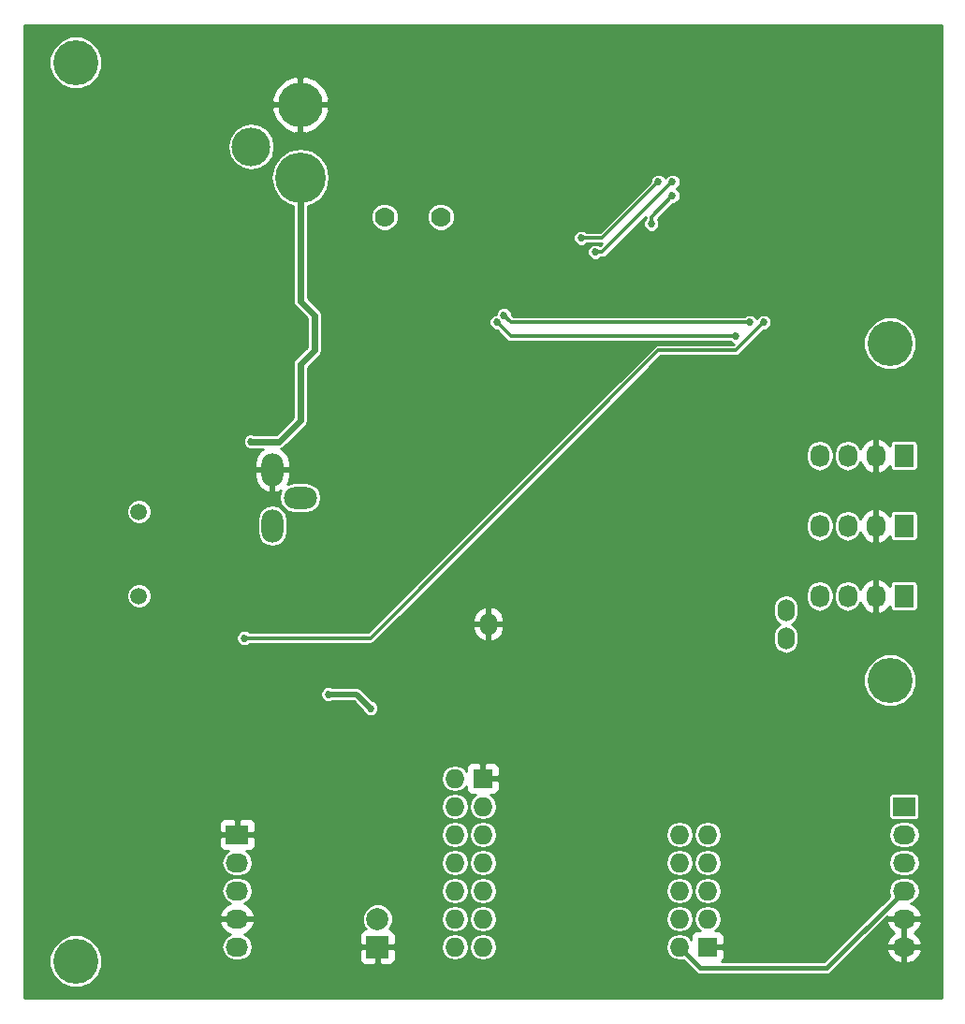
<source format=gbr>
G04 #@! TF.FileFunction,Copper,L2,Bot,Signal*
%FSLAX46Y46*%
G04 Gerber Fmt 4.6, Leading zero omitted, Abs format (unit mm)*
G04 Created by KiCad (PCBNEW 4.0.2-stable) date 5/4/2016 5:53:34 PM*
%MOMM*%
G01*
G04 APERTURE LIST*
%ADD10C,0.127000*%
%ADD11O,2.999740X1.998980*%
%ADD12O,1.998980X2.999740*%
%ADD13R,2.000000X2.000000*%
%ADD14C,2.000000*%
%ADD15O,1.524000X2.032000*%
%ADD16R,1.727200X2.032000*%
%ADD17O,1.727200X2.032000*%
%ADD18R,1.727200X1.727200*%
%ADD19O,1.727200X1.727200*%
%ADD20C,1.500000*%
%ADD21C,1.778000*%
%ADD22R,2.032000X1.727200*%
%ADD23O,2.032000X1.727200*%
%ADD24O,4.572000X4.572000*%
%ADD25O,4.064000X4.064000*%
%ADD26O,3.500120X3.500120*%
%ADD27C,4.064000*%
%ADD28C,0.685800*%
%ADD29C,0.500000*%
%ADD30C,0.600000*%
%ADD31C,0.400000*%
%ADD32C,0.300000*%
%ADD33C,0.254000*%
G04 APERTURE END LIST*
D10*
D11*
X63500000Y-125730000D03*
D12*
X60960000Y-123190000D03*
X60960000Y-128270000D03*
D13*
X70485000Y-166370000D03*
D14*
X70485000Y-163830000D03*
D15*
X107429300Y-135890000D03*
X80530700Y-137160000D03*
X107429300Y-138430000D03*
D16*
X118110000Y-134620000D03*
D17*
X115570000Y-134620000D03*
X113030000Y-134620000D03*
X110490000Y-134620000D03*
D16*
X118110000Y-121920000D03*
D17*
X115570000Y-121920000D03*
X113030000Y-121920000D03*
X110490000Y-121920000D03*
D16*
X118110000Y-128270000D03*
D17*
X115570000Y-128270000D03*
X113030000Y-128270000D03*
X110490000Y-128270000D03*
D18*
X80010000Y-151130000D03*
D19*
X77470000Y-151130000D03*
X80010000Y-153670000D03*
X77470000Y-153670000D03*
X80010000Y-156210000D03*
X77470000Y-156210000D03*
X80010000Y-158750000D03*
X77470000Y-158750000D03*
X80010000Y-161290000D03*
X77470000Y-161290000D03*
X80010000Y-163830000D03*
X77470000Y-163830000D03*
X80010000Y-166370000D03*
X77470000Y-166370000D03*
D20*
X48895000Y-134610000D03*
X48895000Y-127010000D03*
D21*
X76200000Y-100330000D03*
X71120000Y-100330000D03*
D22*
X118110000Y-153670000D03*
D23*
X118110000Y-156210000D03*
X118110000Y-158750000D03*
X118110000Y-161290000D03*
X118110000Y-163830000D03*
X118110000Y-166370000D03*
D22*
X57785000Y-156210000D03*
D23*
X57785000Y-158750000D03*
X57785000Y-161290000D03*
X57785000Y-163830000D03*
X57785000Y-166370000D03*
D24*
X63500000Y-96774000D03*
D25*
X63500000Y-90170000D03*
D26*
X59055000Y-93980000D03*
D18*
X100330000Y-166370000D03*
D19*
X97790000Y-166370000D03*
X100330000Y-163830000D03*
X97790000Y-163830000D03*
X100330000Y-161290000D03*
X97790000Y-161290000D03*
X100330000Y-158750000D03*
X97790000Y-158750000D03*
X100330000Y-156210000D03*
X97790000Y-156210000D03*
D27*
X43180000Y-167640000D03*
X43180000Y-86360000D03*
X116840000Y-142240000D03*
X116840000Y-111760000D03*
D28*
X92075000Y-155575000D03*
X85090000Y-158750000D03*
X107950000Y-102235000D03*
X80010000Y-107950000D03*
X109855000Y-94615000D03*
X109855000Y-108585000D03*
X102235000Y-108585000D03*
X100965000Y-107315000D03*
X99695000Y-108585000D03*
X98425000Y-107315000D03*
X108585000Y-116840000D03*
X103505000Y-116840000D03*
X102235000Y-118110000D03*
X100965000Y-116840000D03*
X99695000Y-118110000D03*
X98425000Y-116840000D03*
X48260000Y-117475000D03*
X53975000Y-98425000D03*
X49530000Y-97790000D03*
X50165000Y-99695000D03*
X48260000Y-99060000D03*
X64770000Y-114300000D03*
X62230000Y-118110000D03*
X41910000Y-120650000D03*
X59690000Y-148590000D03*
X101600000Y-91440000D03*
X95250000Y-88265000D03*
X78740000Y-102870000D03*
X83820000Y-94615000D03*
X80010000Y-111125000D03*
X71120000Y-93980000D03*
X109855000Y-88900000D03*
X78740000Y-123825000D03*
X81280000Y-123825000D03*
X107315000Y-94615000D03*
X59055000Y-109220000D03*
X60325000Y-109220000D03*
X61595000Y-109220000D03*
X62865000Y-109220000D03*
X63500000Y-110490000D03*
X62230000Y-110490000D03*
X60960000Y-110490000D03*
X59690000Y-110490000D03*
X58420000Y-110490000D03*
X108585000Y-107315000D03*
X59690000Y-166370000D03*
X59055000Y-120650000D03*
X97790000Y-166370000D03*
X69850000Y-144780000D03*
X66040000Y-143510000D03*
X104140000Y-109855000D03*
X81915000Y-109220000D03*
X95250000Y-100965000D03*
X97155000Y-98425000D03*
X81280000Y-109855000D03*
X102870000Y-111125000D03*
X58420000Y-138430000D03*
X105410000Y-109855000D03*
X97155000Y-97155000D03*
X90170000Y-103505000D03*
X88900000Y-102235000D03*
X95885000Y-97155000D03*
D29*
X61595000Y-109220000D02*
X60325000Y-109220000D01*
X62865000Y-109855000D02*
X62865000Y-109220000D01*
X63500000Y-110490000D02*
X62865000Y-109855000D01*
X60960000Y-110490000D02*
X62230000Y-110490000D01*
X58420000Y-110490000D02*
X59690000Y-110490000D01*
D30*
X63500000Y-96774000D02*
X63500000Y-107950000D01*
X61595000Y-120650000D02*
X59055000Y-120650000D01*
X63500000Y-118745000D02*
X61595000Y-120650000D01*
X63500000Y-113665000D02*
X63500000Y-118745000D01*
X64770000Y-112395000D02*
X63500000Y-113665000D01*
X64770000Y-109220000D02*
X64770000Y-112395000D01*
X63500000Y-107950000D02*
X64770000Y-109220000D01*
D31*
X97790000Y-166370000D02*
X99695000Y-168275000D01*
X111125000Y-168275000D02*
X118110000Y-161290000D01*
X99695000Y-168275000D02*
X111125000Y-168275000D01*
D29*
X69850000Y-144780000D02*
X68580000Y-143510000D01*
X68580000Y-143510000D02*
X66040000Y-143510000D01*
D32*
X82550000Y-109855000D02*
X104140000Y-109855000D01*
X81915000Y-109220000D02*
X82550000Y-109855000D01*
X95250000Y-100330000D02*
X97155000Y-98425000D01*
X95250000Y-100965000D02*
X95250000Y-100330000D01*
X81280000Y-109855000D02*
X82550000Y-111125000D01*
X82550000Y-111125000D02*
X102870000Y-111125000D01*
X69850000Y-138430000D02*
X58420000Y-138430000D01*
X95885000Y-112395000D02*
X69850000Y-138430000D01*
X102870000Y-112395000D02*
X95885000Y-112395000D01*
X105410000Y-109855000D02*
X102870000Y-112395000D01*
X90805000Y-103505000D02*
X97155000Y-97155000D01*
X90170000Y-103505000D02*
X90805000Y-103505000D01*
X90805000Y-102235000D02*
X88900000Y-102235000D01*
X95885000Y-97155000D02*
X90805000Y-102235000D01*
D33*
G36*
X121475500Y-171005500D02*
X38544500Y-171005500D01*
X38544500Y-168117870D01*
X40766583Y-168117870D01*
X41133166Y-169005069D01*
X41811361Y-169684449D01*
X42697919Y-170052580D01*
X43657870Y-170053417D01*
X44545069Y-169686834D01*
X45224449Y-169008639D01*
X45592580Y-168122081D01*
X45593417Y-167162130D01*
X45226834Y-166274931D01*
X44548639Y-165595551D01*
X43662081Y-165227420D01*
X42702130Y-165226583D01*
X41814931Y-165593166D01*
X41135551Y-166271361D01*
X40767420Y-167157919D01*
X40766583Y-168117870D01*
X38544500Y-168117870D01*
X38544500Y-164189026D01*
X56177642Y-164189026D01*
X56180291Y-164204791D01*
X56434268Y-164732036D01*
X56870680Y-165121954D01*
X57143243Y-165217296D01*
X57128943Y-165220140D01*
X56725166Y-165489935D01*
X56455371Y-165893712D01*
X56360631Y-166370000D01*
X56455371Y-166846288D01*
X56725166Y-167250065D01*
X57128943Y-167519860D01*
X57605231Y-167614600D01*
X57964769Y-167614600D01*
X58441057Y-167519860D01*
X58844834Y-167250065D01*
X59114629Y-166846288D01*
X59152529Y-166655750D01*
X68850000Y-166655750D01*
X68850000Y-167496310D01*
X68946673Y-167729699D01*
X69125302Y-167908327D01*
X69358691Y-168005000D01*
X70199250Y-168005000D01*
X70358000Y-167846250D01*
X70358000Y-166497000D01*
X70612000Y-166497000D01*
X70612000Y-167846250D01*
X70770750Y-168005000D01*
X71611309Y-168005000D01*
X71844698Y-167908327D01*
X72023327Y-167729699D01*
X72120000Y-167496310D01*
X72120000Y-166655750D01*
X71961250Y-166497000D01*
X70612000Y-166497000D01*
X70358000Y-166497000D01*
X69008750Y-166497000D01*
X68850000Y-166655750D01*
X59152529Y-166655750D01*
X59209369Y-166370000D01*
X76201017Y-166370000D01*
X76295757Y-166846288D01*
X76565552Y-167250065D01*
X76969329Y-167519860D01*
X77445617Y-167614600D01*
X77494383Y-167614600D01*
X77970671Y-167519860D01*
X78374448Y-167250065D01*
X78644243Y-166846288D01*
X78738983Y-166370000D01*
X78741017Y-166370000D01*
X78835757Y-166846288D01*
X79105552Y-167250065D01*
X79509329Y-167519860D01*
X79985617Y-167614600D01*
X80034383Y-167614600D01*
X80510671Y-167519860D01*
X80914448Y-167250065D01*
X81184243Y-166846288D01*
X81278983Y-166370000D01*
X96521017Y-166370000D01*
X96615757Y-166846288D01*
X96885552Y-167250065D01*
X97289329Y-167519860D01*
X97765617Y-167614600D01*
X97814383Y-167614600D01*
X98146817Y-167548475D01*
X99284171Y-168685829D01*
X99472661Y-168811774D01*
X99695000Y-168856000D01*
X111125000Y-168856000D01*
X111347339Y-168811774D01*
X111535829Y-168685829D01*
X113492632Y-166729026D01*
X116502642Y-166729026D01*
X116505291Y-166744791D01*
X116759268Y-167272036D01*
X117195680Y-167661954D01*
X117748087Y-167855184D01*
X117983000Y-167710924D01*
X117983000Y-166497000D01*
X118237000Y-166497000D01*
X118237000Y-167710924D01*
X118471913Y-167855184D01*
X119024320Y-167661954D01*
X119460732Y-167272036D01*
X119714709Y-166744791D01*
X119717358Y-166729026D01*
X119596217Y-166497000D01*
X118237000Y-166497000D01*
X117983000Y-166497000D01*
X116623783Y-166497000D01*
X116502642Y-166729026D01*
X113492632Y-166729026D01*
X116032632Y-164189026D01*
X116502642Y-164189026D01*
X116505291Y-164204791D01*
X116759268Y-164732036D01*
X117171108Y-165100000D01*
X116759268Y-165467964D01*
X116505291Y-165995209D01*
X116502642Y-166010974D01*
X116623783Y-166243000D01*
X117983000Y-166243000D01*
X117983000Y-163957000D01*
X118237000Y-163957000D01*
X118237000Y-166243000D01*
X119596217Y-166243000D01*
X119717358Y-166010974D01*
X119714709Y-165995209D01*
X119460732Y-165467964D01*
X119048892Y-165100000D01*
X119460732Y-164732036D01*
X119714709Y-164204791D01*
X119717358Y-164189026D01*
X119596217Y-163957000D01*
X118237000Y-163957000D01*
X117983000Y-163957000D01*
X116623783Y-163957000D01*
X116502642Y-164189026D01*
X116032632Y-164189026D01*
X116587724Y-163633934D01*
X116623783Y-163703000D01*
X117983000Y-163703000D01*
X117983000Y-163683000D01*
X118237000Y-163683000D01*
X118237000Y-163703000D01*
X119596217Y-163703000D01*
X119717358Y-163470974D01*
X119714709Y-163455209D01*
X119460732Y-162927964D01*
X119024320Y-162538046D01*
X118751757Y-162442704D01*
X118766057Y-162439860D01*
X119169834Y-162170065D01*
X119439629Y-161766288D01*
X119534369Y-161290000D01*
X119439629Y-160813712D01*
X119169834Y-160409935D01*
X118766057Y-160140140D01*
X118289769Y-160045400D01*
X117930231Y-160045400D01*
X117453943Y-160140140D01*
X117050166Y-160409935D01*
X116780371Y-160813712D01*
X116685631Y-161290000D01*
X116780371Y-161766288D01*
X116793061Y-161785281D01*
X110884342Y-167694000D01*
X101631225Y-167694000D01*
X101731927Y-167593299D01*
X101828600Y-167359910D01*
X101828600Y-166655750D01*
X101669850Y-166497000D01*
X100457000Y-166497000D01*
X100457000Y-166517000D01*
X100203000Y-166517000D01*
X100203000Y-166497000D01*
X100183000Y-166497000D01*
X100183000Y-166243000D01*
X100203000Y-166243000D01*
X100203000Y-166223000D01*
X100457000Y-166223000D01*
X100457000Y-166243000D01*
X101669850Y-166243000D01*
X101828600Y-166084250D01*
X101828600Y-165380090D01*
X101731927Y-165146701D01*
X101553298Y-164968073D01*
X101319909Y-164871400D01*
X100992993Y-164871400D01*
X101234448Y-164710065D01*
X101504243Y-164306288D01*
X101598983Y-163830000D01*
X101504243Y-163353712D01*
X101234448Y-162949935D01*
X100830671Y-162680140D01*
X100354383Y-162585400D01*
X100305617Y-162585400D01*
X99829329Y-162680140D01*
X99425552Y-162949935D01*
X99155757Y-163353712D01*
X99061017Y-163830000D01*
X99155757Y-164306288D01*
X99425552Y-164710065D01*
X99667007Y-164871400D01*
X99340091Y-164871400D01*
X99106702Y-164968073D01*
X98928073Y-165146701D01*
X98831400Y-165380090D01*
X98831400Y-165694898D01*
X98694448Y-165489935D01*
X98290671Y-165220140D01*
X97814383Y-165125400D01*
X97765617Y-165125400D01*
X97289329Y-165220140D01*
X96885552Y-165489935D01*
X96615757Y-165893712D01*
X96521017Y-166370000D01*
X81278983Y-166370000D01*
X81184243Y-165893712D01*
X80914448Y-165489935D01*
X80510671Y-165220140D01*
X80034383Y-165125400D01*
X79985617Y-165125400D01*
X79509329Y-165220140D01*
X79105552Y-165489935D01*
X78835757Y-165893712D01*
X78741017Y-166370000D01*
X78738983Y-166370000D01*
X78644243Y-165893712D01*
X78374448Y-165489935D01*
X77970671Y-165220140D01*
X77494383Y-165125400D01*
X77445617Y-165125400D01*
X76969329Y-165220140D01*
X76565552Y-165489935D01*
X76295757Y-165893712D01*
X76201017Y-166370000D01*
X59209369Y-166370000D01*
X59114629Y-165893712D01*
X58844834Y-165489935D01*
X58476303Y-165243690D01*
X68850000Y-165243690D01*
X68850000Y-166084250D01*
X69008750Y-166243000D01*
X70358000Y-166243000D01*
X70358000Y-166223000D01*
X70612000Y-166223000D01*
X70612000Y-166243000D01*
X71961250Y-166243000D01*
X72120000Y-166084250D01*
X72120000Y-165243690D01*
X72023327Y-165010301D01*
X71844698Y-164831673D01*
X71611309Y-164735000D01*
X71533154Y-164735000D01*
X71655072Y-164613295D01*
X71865759Y-164105903D01*
X71866000Y-163830000D01*
X76201017Y-163830000D01*
X76295757Y-164306288D01*
X76565552Y-164710065D01*
X76969329Y-164979860D01*
X77445617Y-165074600D01*
X77494383Y-165074600D01*
X77970671Y-164979860D01*
X78374448Y-164710065D01*
X78644243Y-164306288D01*
X78738983Y-163830000D01*
X78741017Y-163830000D01*
X78835757Y-164306288D01*
X79105552Y-164710065D01*
X79509329Y-164979860D01*
X79985617Y-165074600D01*
X80034383Y-165074600D01*
X80510671Y-164979860D01*
X80914448Y-164710065D01*
X81184243Y-164306288D01*
X81278983Y-163830000D01*
X96521017Y-163830000D01*
X96615757Y-164306288D01*
X96885552Y-164710065D01*
X97289329Y-164979860D01*
X97765617Y-165074600D01*
X97814383Y-165074600D01*
X98290671Y-164979860D01*
X98694448Y-164710065D01*
X98964243Y-164306288D01*
X99058983Y-163830000D01*
X98964243Y-163353712D01*
X98694448Y-162949935D01*
X98290671Y-162680140D01*
X97814383Y-162585400D01*
X97765617Y-162585400D01*
X97289329Y-162680140D01*
X96885552Y-162949935D01*
X96615757Y-163353712D01*
X96521017Y-163830000D01*
X81278983Y-163830000D01*
X81184243Y-163353712D01*
X80914448Y-162949935D01*
X80510671Y-162680140D01*
X80034383Y-162585400D01*
X79985617Y-162585400D01*
X79509329Y-162680140D01*
X79105552Y-162949935D01*
X78835757Y-163353712D01*
X78741017Y-163830000D01*
X78738983Y-163830000D01*
X78644243Y-163353712D01*
X78374448Y-162949935D01*
X77970671Y-162680140D01*
X77494383Y-162585400D01*
X77445617Y-162585400D01*
X76969329Y-162680140D01*
X76565552Y-162949935D01*
X76295757Y-163353712D01*
X76201017Y-163830000D01*
X71866000Y-163830000D01*
X71866239Y-163556507D01*
X71656437Y-163048749D01*
X71268295Y-162659928D01*
X70760903Y-162449241D01*
X70211507Y-162448761D01*
X69703749Y-162658563D01*
X69314928Y-163046705D01*
X69104241Y-163554097D01*
X69103761Y-164103493D01*
X69313563Y-164611251D01*
X69437096Y-164735000D01*
X69358691Y-164735000D01*
X69125302Y-164831673D01*
X68946673Y-165010301D01*
X68850000Y-165243690D01*
X58476303Y-165243690D01*
X58441057Y-165220140D01*
X58426757Y-165217296D01*
X58699320Y-165121954D01*
X59135732Y-164732036D01*
X59389709Y-164204791D01*
X59392358Y-164189026D01*
X59271217Y-163957000D01*
X57912000Y-163957000D01*
X57912000Y-163977000D01*
X57658000Y-163977000D01*
X57658000Y-163957000D01*
X56298783Y-163957000D01*
X56177642Y-164189026D01*
X38544500Y-164189026D01*
X38544500Y-163470974D01*
X56177642Y-163470974D01*
X56298783Y-163703000D01*
X57658000Y-163703000D01*
X57658000Y-163683000D01*
X57912000Y-163683000D01*
X57912000Y-163703000D01*
X59271217Y-163703000D01*
X59392358Y-163470974D01*
X59389709Y-163455209D01*
X59135732Y-162927964D01*
X58699320Y-162538046D01*
X58426757Y-162442704D01*
X58441057Y-162439860D01*
X58844834Y-162170065D01*
X59114629Y-161766288D01*
X59209369Y-161290000D01*
X76201017Y-161290000D01*
X76295757Y-161766288D01*
X76565552Y-162170065D01*
X76969329Y-162439860D01*
X77445617Y-162534600D01*
X77494383Y-162534600D01*
X77970671Y-162439860D01*
X78374448Y-162170065D01*
X78644243Y-161766288D01*
X78738983Y-161290000D01*
X78741017Y-161290000D01*
X78835757Y-161766288D01*
X79105552Y-162170065D01*
X79509329Y-162439860D01*
X79985617Y-162534600D01*
X80034383Y-162534600D01*
X80510671Y-162439860D01*
X80914448Y-162170065D01*
X81184243Y-161766288D01*
X81278983Y-161290000D01*
X96521017Y-161290000D01*
X96615757Y-161766288D01*
X96885552Y-162170065D01*
X97289329Y-162439860D01*
X97765617Y-162534600D01*
X97814383Y-162534600D01*
X98290671Y-162439860D01*
X98694448Y-162170065D01*
X98964243Y-161766288D01*
X99058983Y-161290000D01*
X99061017Y-161290000D01*
X99155757Y-161766288D01*
X99425552Y-162170065D01*
X99829329Y-162439860D01*
X100305617Y-162534600D01*
X100354383Y-162534600D01*
X100830671Y-162439860D01*
X101234448Y-162170065D01*
X101504243Y-161766288D01*
X101598983Y-161290000D01*
X101504243Y-160813712D01*
X101234448Y-160409935D01*
X100830671Y-160140140D01*
X100354383Y-160045400D01*
X100305617Y-160045400D01*
X99829329Y-160140140D01*
X99425552Y-160409935D01*
X99155757Y-160813712D01*
X99061017Y-161290000D01*
X99058983Y-161290000D01*
X98964243Y-160813712D01*
X98694448Y-160409935D01*
X98290671Y-160140140D01*
X97814383Y-160045400D01*
X97765617Y-160045400D01*
X97289329Y-160140140D01*
X96885552Y-160409935D01*
X96615757Y-160813712D01*
X96521017Y-161290000D01*
X81278983Y-161290000D01*
X81184243Y-160813712D01*
X80914448Y-160409935D01*
X80510671Y-160140140D01*
X80034383Y-160045400D01*
X79985617Y-160045400D01*
X79509329Y-160140140D01*
X79105552Y-160409935D01*
X78835757Y-160813712D01*
X78741017Y-161290000D01*
X78738983Y-161290000D01*
X78644243Y-160813712D01*
X78374448Y-160409935D01*
X77970671Y-160140140D01*
X77494383Y-160045400D01*
X77445617Y-160045400D01*
X76969329Y-160140140D01*
X76565552Y-160409935D01*
X76295757Y-160813712D01*
X76201017Y-161290000D01*
X59209369Y-161290000D01*
X59114629Y-160813712D01*
X58844834Y-160409935D01*
X58441057Y-160140140D01*
X57964769Y-160045400D01*
X57605231Y-160045400D01*
X57128943Y-160140140D01*
X56725166Y-160409935D01*
X56455371Y-160813712D01*
X56360631Y-161290000D01*
X56455371Y-161766288D01*
X56725166Y-162170065D01*
X57128943Y-162439860D01*
X57143243Y-162442704D01*
X56870680Y-162538046D01*
X56434268Y-162927964D01*
X56180291Y-163455209D01*
X56177642Y-163470974D01*
X38544500Y-163470974D01*
X38544500Y-156495750D01*
X56134000Y-156495750D01*
X56134000Y-157199910D01*
X56230673Y-157433299D01*
X56409302Y-157611927D01*
X56642691Y-157708600D01*
X56966621Y-157708600D01*
X56725166Y-157869935D01*
X56455371Y-158273712D01*
X56360631Y-158750000D01*
X56455371Y-159226288D01*
X56725166Y-159630065D01*
X57128943Y-159899860D01*
X57605231Y-159994600D01*
X57964769Y-159994600D01*
X58441057Y-159899860D01*
X58844834Y-159630065D01*
X59114629Y-159226288D01*
X59209369Y-158750000D01*
X76201017Y-158750000D01*
X76295757Y-159226288D01*
X76565552Y-159630065D01*
X76969329Y-159899860D01*
X77445617Y-159994600D01*
X77494383Y-159994600D01*
X77970671Y-159899860D01*
X78374448Y-159630065D01*
X78644243Y-159226288D01*
X78738983Y-158750000D01*
X78741017Y-158750000D01*
X78835757Y-159226288D01*
X79105552Y-159630065D01*
X79509329Y-159899860D01*
X79985617Y-159994600D01*
X80034383Y-159994600D01*
X80510671Y-159899860D01*
X80914448Y-159630065D01*
X81184243Y-159226288D01*
X81278983Y-158750000D01*
X96521017Y-158750000D01*
X96615757Y-159226288D01*
X96885552Y-159630065D01*
X97289329Y-159899860D01*
X97765617Y-159994600D01*
X97814383Y-159994600D01*
X98290671Y-159899860D01*
X98694448Y-159630065D01*
X98964243Y-159226288D01*
X99058983Y-158750000D01*
X99061017Y-158750000D01*
X99155757Y-159226288D01*
X99425552Y-159630065D01*
X99829329Y-159899860D01*
X100305617Y-159994600D01*
X100354383Y-159994600D01*
X100830671Y-159899860D01*
X101234448Y-159630065D01*
X101504243Y-159226288D01*
X101598983Y-158750000D01*
X116685631Y-158750000D01*
X116780371Y-159226288D01*
X117050166Y-159630065D01*
X117453943Y-159899860D01*
X117930231Y-159994600D01*
X118289769Y-159994600D01*
X118766057Y-159899860D01*
X119169834Y-159630065D01*
X119439629Y-159226288D01*
X119534369Y-158750000D01*
X119439629Y-158273712D01*
X119169834Y-157869935D01*
X118766057Y-157600140D01*
X118289769Y-157505400D01*
X117930231Y-157505400D01*
X117453943Y-157600140D01*
X117050166Y-157869935D01*
X116780371Y-158273712D01*
X116685631Y-158750000D01*
X101598983Y-158750000D01*
X101504243Y-158273712D01*
X101234448Y-157869935D01*
X100830671Y-157600140D01*
X100354383Y-157505400D01*
X100305617Y-157505400D01*
X99829329Y-157600140D01*
X99425552Y-157869935D01*
X99155757Y-158273712D01*
X99061017Y-158750000D01*
X99058983Y-158750000D01*
X98964243Y-158273712D01*
X98694448Y-157869935D01*
X98290671Y-157600140D01*
X97814383Y-157505400D01*
X97765617Y-157505400D01*
X97289329Y-157600140D01*
X96885552Y-157869935D01*
X96615757Y-158273712D01*
X96521017Y-158750000D01*
X81278983Y-158750000D01*
X81184243Y-158273712D01*
X80914448Y-157869935D01*
X80510671Y-157600140D01*
X80034383Y-157505400D01*
X79985617Y-157505400D01*
X79509329Y-157600140D01*
X79105552Y-157869935D01*
X78835757Y-158273712D01*
X78741017Y-158750000D01*
X78738983Y-158750000D01*
X78644243Y-158273712D01*
X78374448Y-157869935D01*
X77970671Y-157600140D01*
X77494383Y-157505400D01*
X77445617Y-157505400D01*
X76969329Y-157600140D01*
X76565552Y-157869935D01*
X76295757Y-158273712D01*
X76201017Y-158750000D01*
X59209369Y-158750000D01*
X59114629Y-158273712D01*
X58844834Y-157869935D01*
X58603379Y-157708600D01*
X58927309Y-157708600D01*
X59160698Y-157611927D01*
X59339327Y-157433299D01*
X59436000Y-157199910D01*
X59436000Y-156495750D01*
X59277250Y-156337000D01*
X57912000Y-156337000D01*
X57912000Y-156357000D01*
X57658000Y-156357000D01*
X57658000Y-156337000D01*
X56292750Y-156337000D01*
X56134000Y-156495750D01*
X38544500Y-156495750D01*
X38544500Y-156210000D01*
X76201017Y-156210000D01*
X76295757Y-156686288D01*
X76565552Y-157090065D01*
X76969329Y-157359860D01*
X77445617Y-157454600D01*
X77494383Y-157454600D01*
X77970671Y-157359860D01*
X78374448Y-157090065D01*
X78644243Y-156686288D01*
X78738983Y-156210000D01*
X78741017Y-156210000D01*
X78835757Y-156686288D01*
X79105552Y-157090065D01*
X79509329Y-157359860D01*
X79985617Y-157454600D01*
X80034383Y-157454600D01*
X80510671Y-157359860D01*
X80914448Y-157090065D01*
X81184243Y-156686288D01*
X81278983Y-156210000D01*
X96521017Y-156210000D01*
X96615757Y-156686288D01*
X96885552Y-157090065D01*
X97289329Y-157359860D01*
X97765617Y-157454600D01*
X97814383Y-157454600D01*
X98290671Y-157359860D01*
X98694448Y-157090065D01*
X98964243Y-156686288D01*
X99058983Y-156210000D01*
X99061017Y-156210000D01*
X99155757Y-156686288D01*
X99425552Y-157090065D01*
X99829329Y-157359860D01*
X100305617Y-157454600D01*
X100354383Y-157454600D01*
X100830671Y-157359860D01*
X101234448Y-157090065D01*
X101504243Y-156686288D01*
X101598983Y-156210000D01*
X116685631Y-156210000D01*
X116780371Y-156686288D01*
X117050166Y-157090065D01*
X117453943Y-157359860D01*
X117930231Y-157454600D01*
X118289769Y-157454600D01*
X118766057Y-157359860D01*
X119169834Y-157090065D01*
X119439629Y-156686288D01*
X119534369Y-156210000D01*
X119439629Y-155733712D01*
X119169834Y-155329935D01*
X118766057Y-155060140D01*
X118289769Y-154965400D01*
X117930231Y-154965400D01*
X117453943Y-155060140D01*
X117050166Y-155329935D01*
X116780371Y-155733712D01*
X116685631Y-156210000D01*
X101598983Y-156210000D01*
X101504243Y-155733712D01*
X101234448Y-155329935D01*
X100830671Y-155060140D01*
X100354383Y-154965400D01*
X100305617Y-154965400D01*
X99829329Y-155060140D01*
X99425552Y-155329935D01*
X99155757Y-155733712D01*
X99061017Y-156210000D01*
X99058983Y-156210000D01*
X98964243Y-155733712D01*
X98694448Y-155329935D01*
X98290671Y-155060140D01*
X97814383Y-154965400D01*
X97765617Y-154965400D01*
X97289329Y-155060140D01*
X96885552Y-155329935D01*
X96615757Y-155733712D01*
X96521017Y-156210000D01*
X81278983Y-156210000D01*
X81184243Y-155733712D01*
X80914448Y-155329935D01*
X80510671Y-155060140D01*
X80034383Y-154965400D01*
X79985617Y-154965400D01*
X79509329Y-155060140D01*
X79105552Y-155329935D01*
X78835757Y-155733712D01*
X78741017Y-156210000D01*
X78738983Y-156210000D01*
X78644243Y-155733712D01*
X78374448Y-155329935D01*
X77970671Y-155060140D01*
X77494383Y-154965400D01*
X77445617Y-154965400D01*
X76969329Y-155060140D01*
X76565552Y-155329935D01*
X76295757Y-155733712D01*
X76201017Y-156210000D01*
X38544500Y-156210000D01*
X38544500Y-155220090D01*
X56134000Y-155220090D01*
X56134000Y-155924250D01*
X56292750Y-156083000D01*
X57658000Y-156083000D01*
X57658000Y-154870150D01*
X57912000Y-154870150D01*
X57912000Y-156083000D01*
X59277250Y-156083000D01*
X59436000Y-155924250D01*
X59436000Y-155220090D01*
X59339327Y-154986701D01*
X59160698Y-154808073D01*
X58927309Y-154711400D01*
X58070750Y-154711400D01*
X57912000Y-154870150D01*
X57658000Y-154870150D01*
X57499250Y-154711400D01*
X56642691Y-154711400D01*
X56409302Y-154808073D01*
X56230673Y-154986701D01*
X56134000Y-155220090D01*
X38544500Y-155220090D01*
X38544500Y-153670000D01*
X76201017Y-153670000D01*
X76295757Y-154146288D01*
X76565552Y-154550065D01*
X76969329Y-154819860D01*
X77445617Y-154914600D01*
X77494383Y-154914600D01*
X77970671Y-154819860D01*
X78374448Y-154550065D01*
X78644243Y-154146288D01*
X78738983Y-153670000D01*
X78644243Y-153193712D01*
X78374448Y-152789935D01*
X77970671Y-152520140D01*
X77494383Y-152425400D01*
X77445617Y-152425400D01*
X76969329Y-152520140D01*
X76565552Y-152789935D01*
X76295757Y-153193712D01*
X76201017Y-153670000D01*
X38544500Y-153670000D01*
X38544500Y-151130000D01*
X76201017Y-151130000D01*
X76295757Y-151606288D01*
X76565552Y-152010065D01*
X76969329Y-152279860D01*
X77445617Y-152374600D01*
X77494383Y-152374600D01*
X77970671Y-152279860D01*
X78374448Y-152010065D01*
X78511400Y-151805102D01*
X78511400Y-152119910D01*
X78608073Y-152353299D01*
X78786702Y-152531927D01*
X79020091Y-152628600D01*
X79347007Y-152628600D01*
X79105552Y-152789935D01*
X78835757Y-153193712D01*
X78741017Y-153670000D01*
X78835757Y-154146288D01*
X79105552Y-154550065D01*
X79509329Y-154819860D01*
X79985617Y-154914600D01*
X80034383Y-154914600D01*
X80510671Y-154819860D01*
X80914448Y-154550065D01*
X81184243Y-154146288D01*
X81278983Y-153670000D01*
X81184243Y-153193712D01*
X80925450Y-152806400D01*
X116705536Y-152806400D01*
X116705536Y-154533600D01*
X116732103Y-154674790D01*
X116815546Y-154804465D01*
X116942866Y-154891459D01*
X117094000Y-154922064D01*
X119126000Y-154922064D01*
X119267190Y-154895497D01*
X119396865Y-154812054D01*
X119483859Y-154684734D01*
X119514464Y-154533600D01*
X119514464Y-152806400D01*
X119487897Y-152665210D01*
X119404454Y-152535535D01*
X119277134Y-152448541D01*
X119126000Y-152417936D01*
X117094000Y-152417936D01*
X116952810Y-152444503D01*
X116823135Y-152527946D01*
X116736141Y-152655266D01*
X116705536Y-152806400D01*
X80925450Y-152806400D01*
X80914448Y-152789935D01*
X80672993Y-152628600D01*
X80999909Y-152628600D01*
X81233298Y-152531927D01*
X81411927Y-152353299D01*
X81508600Y-152119910D01*
X81508600Y-151415750D01*
X81349850Y-151257000D01*
X80137000Y-151257000D01*
X80137000Y-151277000D01*
X79883000Y-151277000D01*
X79883000Y-151257000D01*
X79863000Y-151257000D01*
X79863000Y-151003000D01*
X79883000Y-151003000D01*
X79883000Y-149790150D01*
X80137000Y-149790150D01*
X80137000Y-151003000D01*
X81349850Y-151003000D01*
X81508600Y-150844250D01*
X81508600Y-150140090D01*
X81411927Y-149906701D01*
X81233298Y-149728073D01*
X80999909Y-149631400D01*
X80295750Y-149631400D01*
X80137000Y-149790150D01*
X79883000Y-149790150D01*
X79724250Y-149631400D01*
X79020091Y-149631400D01*
X78786702Y-149728073D01*
X78608073Y-149906701D01*
X78511400Y-150140090D01*
X78511400Y-150454898D01*
X78374448Y-150249935D01*
X77970671Y-149980140D01*
X77494383Y-149885400D01*
X77445617Y-149885400D01*
X76969329Y-149980140D01*
X76565552Y-150249935D01*
X76295757Y-150653712D01*
X76201017Y-151130000D01*
X38544500Y-151130000D01*
X38544500Y-143653361D01*
X65315975Y-143653361D01*
X65425950Y-143919521D01*
X65629408Y-144123335D01*
X65895376Y-144233774D01*
X66183361Y-144234025D01*
X66408499Y-144141000D01*
X68318632Y-144141000D01*
X69143566Y-144965935D01*
X69235950Y-145189521D01*
X69439408Y-145393335D01*
X69705376Y-145503774D01*
X69993361Y-145504025D01*
X70259521Y-145394050D01*
X70463335Y-145190592D01*
X70573774Y-144924624D01*
X70574025Y-144636639D01*
X70464050Y-144370479D01*
X70260592Y-144166665D01*
X70035616Y-144073247D01*
X69026184Y-143063816D01*
X68821473Y-142927032D01*
X68580000Y-142879000D01*
X66408050Y-142879000D01*
X66184624Y-142786226D01*
X65896639Y-142785975D01*
X65630479Y-142895950D01*
X65426665Y-143099408D01*
X65316226Y-143365376D01*
X65315975Y-143653361D01*
X38544500Y-143653361D01*
X38544500Y-142717870D01*
X114426583Y-142717870D01*
X114793166Y-143605069D01*
X115471361Y-144284449D01*
X116357919Y-144652580D01*
X117317870Y-144653417D01*
X118205069Y-144286834D01*
X118884449Y-143608639D01*
X119252580Y-142722081D01*
X119253417Y-141762130D01*
X118886834Y-140874931D01*
X118208639Y-140195551D01*
X117322081Y-139827420D01*
X116362130Y-139826583D01*
X115474931Y-140193166D01*
X114795551Y-140871361D01*
X114427420Y-141757919D01*
X114426583Y-142717870D01*
X38544500Y-142717870D01*
X38544500Y-138573361D01*
X57695975Y-138573361D01*
X57805950Y-138839521D01*
X58009408Y-139043335D01*
X58275376Y-139153774D01*
X58563361Y-139154025D01*
X58829521Y-139044050D01*
X58912716Y-138961000D01*
X69850000Y-138961000D01*
X70053205Y-138920580D01*
X70225474Y-138805474D01*
X71743948Y-137287000D01*
X79133700Y-137287000D01*
X79133700Y-137541000D01*
X79288641Y-138065941D01*
X79632674Y-138491630D01*
X80113423Y-138753260D01*
X80187630Y-138768220D01*
X80403700Y-138645720D01*
X80403700Y-137287000D01*
X80657700Y-137287000D01*
X80657700Y-138645720D01*
X80873770Y-138768220D01*
X80947977Y-138753260D01*
X81428726Y-138491630D01*
X81772759Y-138065941D01*
X81927700Y-137541000D01*
X81927700Y-137287000D01*
X80657700Y-137287000D01*
X80403700Y-137287000D01*
X79133700Y-137287000D01*
X71743948Y-137287000D01*
X72251948Y-136779000D01*
X79133700Y-136779000D01*
X79133700Y-137033000D01*
X80403700Y-137033000D01*
X80403700Y-135674280D01*
X80657700Y-135674280D01*
X80657700Y-137033000D01*
X81927700Y-137033000D01*
X81927700Y-136779000D01*
X81772759Y-136254059D01*
X81428726Y-135828370D01*
X81024953Y-135608631D01*
X106286300Y-135608631D01*
X106286300Y-136171369D01*
X106373306Y-136608776D01*
X106621077Y-136979592D01*
X106891077Y-137160000D01*
X106621077Y-137340408D01*
X106373306Y-137711224D01*
X106286300Y-138148631D01*
X106286300Y-138711369D01*
X106373306Y-139148776D01*
X106621077Y-139519592D01*
X106991893Y-139767363D01*
X107429300Y-139854369D01*
X107866707Y-139767363D01*
X108237523Y-139519592D01*
X108485294Y-139148776D01*
X108572300Y-138711369D01*
X108572300Y-138148631D01*
X108485294Y-137711224D01*
X108237523Y-137340408D01*
X107967523Y-137160000D01*
X108237523Y-136979592D01*
X108485294Y-136608776D01*
X108572300Y-136171369D01*
X108572300Y-135608631D01*
X108485294Y-135171224D01*
X108237523Y-134800408D01*
X107866707Y-134552637D01*
X107429300Y-134465631D01*
X106991893Y-134552637D01*
X106621077Y-134800408D01*
X106373306Y-135171224D01*
X106286300Y-135608631D01*
X81024953Y-135608631D01*
X80947977Y-135566740D01*
X80873770Y-135551780D01*
X80657700Y-135674280D01*
X80403700Y-135674280D01*
X80187630Y-135551780D01*
X80113423Y-135566740D01*
X79632674Y-135828370D01*
X79288641Y-136254059D01*
X79133700Y-136779000D01*
X72251948Y-136779000D01*
X74590717Y-134440231D01*
X109245400Y-134440231D01*
X109245400Y-134799769D01*
X109340140Y-135276057D01*
X109609935Y-135679834D01*
X110013712Y-135949629D01*
X110490000Y-136044369D01*
X110966288Y-135949629D01*
X111370065Y-135679834D01*
X111639860Y-135276057D01*
X111734600Y-134799769D01*
X111734600Y-134440231D01*
X111785400Y-134440231D01*
X111785400Y-134799769D01*
X111880140Y-135276057D01*
X112149935Y-135679834D01*
X112553712Y-135949629D01*
X113030000Y-136044369D01*
X113506288Y-135949629D01*
X113910065Y-135679834D01*
X114179860Y-135276057D01*
X114182704Y-135261757D01*
X114278046Y-135534320D01*
X114667964Y-135970732D01*
X115195209Y-136224709D01*
X115210974Y-136227358D01*
X115443000Y-136106217D01*
X115443000Y-134747000D01*
X115423000Y-134747000D01*
X115423000Y-134493000D01*
X115443000Y-134493000D01*
X115443000Y-133133783D01*
X115697000Y-133133783D01*
X115697000Y-134493000D01*
X115717000Y-134493000D01*
X115717000Y-134747000D01*
X115697000Y-134747000D01*
X115697000Y-136106217D01*
X115929026Y-136227358D01*
X115944791Y-136224709D01*
X116472036Y-135970732D01*
X116857936Y-135538817D01*
X116857936Y-135636000D01*
X116884503Y-135777190D01*
X116967946Y-135906865D01*
X117095266Y-135993859D01*
X117246400Y-136024464D01*
X118973600Y-136024464D01*
X119114790Y-135997897D01*
X119244465Y-135914454D01*
X119331459Y-135787134D01*
X119362064Y-135636000D01*
X119362064Y-133604000D01*
X119335497Y-133462810D01*
X119252054Y-133333135D01*
X119124734Y-133246141D01*
X118973600Y-133215536D01*
X117246400Y-133215536D01*
X117105210Y-133242103D01*
X116975535Y-133325546D01*
X116888541Y-133452866D01*
X116857936Y-133604000D01*
X116857936Y-133701183D01*
X116472036Y-133269268D01*
X115944791Y-133015291D01*
X115929026Y-133012642D01*
X115697000Y-133133783D01*
X115443000Y-133133783D01*
X115210974Y-133012642D01*
X115195209Y-133015291D01*
X114667964Y-133269268D01*
X114278046Y-133705680D01*
X114182704Y-133978243D01*
X114179860Y-133963943D01*
X113910065Y-133560166D01*
X113506288Y-133290371D01*
X113030000Y-133195631D01*
X112553712Y-133290371D01*
X112149935Y-133560166D01*
X111880140Y-133963943D01*
X111785400Y-134440231D01*
X111734600Y-134440231D01*
X111639860Y-133963943D01*
X111370065Y-133560166D01*
X110966288Y-133290371D01*
X110490000Y-133195631D01*
X110013712Y-133290371D01*
X109609935Y-133560166D01*
X109340140Y-133963943D01*
X109245400Y-134440231D01*
X74590717Y-134440231D01*
X80940717Y-128090231D01*
X109245400Y-128090231D01*
X109245400Y-128449769D01*
X109340140Y-128926057D01*
X109609935Y-129329834D01*
X110013712Y-129599629D01*
X110490000Y-129694369D01*
X110966288Y-129599629D01*
X111370065Y-129329834D01*
X111639860Y-128926057D01*
X111734600Y-128449769D01*
X111734600Y-128090231D01*
X111785400Y-128090231D01*
X111785400Y-128449769D01*
X111880140Y-128926057D01*
X112149935Y-129329834D01*
X112553712Y-129599629D01*
X113030000Y-129694369D01*
X113506288Y-129599629D01*
X113910065Y-129329834D01*
X114179860Y-128926057D01*
X114182704Y-128911757D01*
X114278046Y-129184320D01*
X114667964Y-129620732D01*
X115195209Y-129874709D01*
X115210974Y-129877358D01*
X115443000Y-129756217D01*
X115443000Y-128397000D01*
X115423000Y-128397000D01*
X115423000Y-128143000D01*
X115443000Y-128143000D01*
X115443000Y-126783783D01*
X115697000Y-126783783D01*
X115697000Y-128143000D01*
X115717000Y-128143000D01*
X115717000Y-128397000D01*
X115697000Y-128397000D01*
X115697000Y-129756217D01*
X115929026Y-129877358D01*
X115944791Y-129874709D01*
X116472036Y-129620732D01*
X116857936Y-129188817D01*
X116857936Y-129286000D01*
X116884503Y-129427190D01*
X116967946Y-129556865D01*
X117095266Y-129643859D01*
X117246400Y-129674464D01*
X118973600Y-129674464D01*
X119114790Y-129647897D01*
X119244465Y-129564454D01*
X119331459Y-129437134D01*
X119362064Y-129286000D01*
X119362064Y-127254000D01*
X119335497Y-127112810D01*
X119252054Y-126983135D01*
X119124734Y-126896141D01*
X118973600Y-126865536D01*
X117246400Y-126865536D01*
X117105210Y-126892103D01*
X116975535Y-126975546D01*
X116888541Y-127102866D01*
X116857936Y-127254000D01*
X116857936Y-127351183D01*
X116472036Y-126919268D01*
X115944791Y-126665291D01*
X115929026Y-126662642D01*
X115697000Y-126783783D01*
X115443000Y-126783783D01*
X115210974Y-126662642D01*
X115195209Y-126665291D01*
X114667964Y-126919268D01*
X114278046Y-127355680D01*
X114182704Y-127628243D01*
X114179860Y-127613943D01*
X113910065Y-127210166D01*
X113506288Y-126940371D01*
X113030000Y-126845631D01*
X112553712Y-126940371D01*
X112149935Y-127210166D01*
X111880140Y-127613943D01*
X111785400Y-128090231D01*
X111734600Y-128090231D01*
X111639860Y-127613943D01*
X111370065Y-127210166D01*
X110966288Y-126940371D01*
X110490000Y-126845631D01*
X110013712Y-126940371D01*
X109609935Y-127210166D01*
X109340140Y-127613943D01*
X109245400Y-128090231D01*
X80940717Y-128090231D01*
X87290717Y-121740231D01*
X109245400Y-121740231D01*
X109245400Y-122099769D01*
X109340140Y-122576057D01*
X109609935Y-122979834D01*
X110013712Y-123249629D01*
X110490000Y-123344369D01*
X110966288Y-123249629D01*
X111370065Y-122979834D01*
X111639860Y-122576057D01*
X111734600Y-122099769D01*
X111734600Y-121740231D01*
X111785400Y-121740231D01*
X111785400Y-122099769D01*
X111880140Y-122576057D01*
X112149935Y-122979834D01*
X112553712Y-123249629D01*
X113030000Y-123344369D01*
X113506288Y-123249629D01*
X113910065Y-122979834D01*
X114179860Y-122576057D01*
X114182704Y-122561757D01*
X114278046Y-122834320D01*
X114667964Y-123270732D01*
X115195209Y-123524709D01*
X115210974Y-123527358D01*
X115443000Y-123406217D01*
X115443000Y-122047000D01*
X115423000Y-122047000D01*
X115423000Y-121793000D01*
X115443000Y-121793000D01*
X115443000Y-120433783D01*
X115697000Y-120433783D01*
X115697000Y-121793000D01*
X115717000Y-121793000D01*
X115717000Y-122047000D01*
X115697000Y-122047000D01*
X115697000Y-123406217D01*
X115929026Y-123527358D01*
X115944791Y-123524709D01*
X116472036Y-123270732D01*
X116857936Y-122838817D01*
X116857936Y-122936000D01*
X116884503Y-123077190D01*
X116967946Y-123206865D01*
X117095266Y-123293859D01*
X117246400Y-123324464D01*
X118973600Y-123324464D01*
X119114790Y-123297897D01*
X119244465Y-123214454D01*
X119331459Y-123087134D01*
X119362064Y-122936000D01*
X119362064Y-120904000D01*
X119335497Y-120762810D01*
X119252054Y-120633135D01*
X119124734Y-120546141D01*
X118973600Y-120515536D01*
X117246400Y-120515536D01*
X117105210Y-120542103D01*
X116975535Y-120625546D01*
X116888541Y-120752866D01*
X116857936Y-120904000D01*
X116857936Y-121001183D01*
X116472036Y-120569268D01*
X115944791Y-120315291D01*
X115929026Y-120312642D01*
X115697000Y-120433783D01*
X115443000Y-120433783D01*
X115210974Y-120312642D01*
X115195209Y-120315291D01*
X114667964Y-120569268D01*
X114278046Y-121005680D01*
X114182704Y-121278243D01*
X114179860Y-121263943D01*
X113910065Y-120860166D01*
X113506288Y-120590371D01*
X113030000Y-120495631D01*
X112553712Y-120590371D01*
X112149935Y-120860166D01*
X111880140Y-121263943D01*
X111785400Y-121740231D01*
X111734600Y-121740231D01*
X111639860Y-121263943D01*
X111370065Y-120860166D01*
X110966288Y-120590371D01*
X110490000Y-120495631D01*
X110013712Y-120590371D01*
X109609935Y-120860166D01*
X109340140Y-121263943D01*
X109245400Y-121740231D01*
X87290717Y-121740231D01*
X96104948Y-112926000D01*
X102870000Y-112926000D01*
X103073205Y-112885580D01*
X103245474Y-112770474D01*
X103778078Y-112237870D01*
X114426583Y-112237870D01*
X114793166Y-113125069D01*
X115471361Y-113804449D01*
X116357919Y-114172580D01*
X117317870Y-114173417D01*
X118205069Y-113806834D01*
X118884449Y-113128639D01*
X119252580Y-112242081D01*
X119253417Y-111282130D01*
X118886834Y-110394931D01*
X118208639Y-109715551D01*
X117322081Y-109347420D01*
X116362130Y-109346583D01*
X115474931Y-109713166D01*
X114795551Y-110391361D01*
X114427420Y-111277919D01*
X114426583Y-112237870D01*
X103778078Y-112237870D01*
X105437024Y-110578924D01*
X105553361Y-110579025D01*
X105819521Y-110469050D01*
X106023335Y-110265592D01*
X106133774Y-109999624D01*
X106134025Y-109711639D01*
X106024050Y-109445479D01*
X105820592Y-109241665D01*
X105554624Y-109131226D01*
X105266639Y-109130975D01*
X105000479Y-109240950D01*
X104796665Y-109444408D01*
X104775083Y-109496383D01*
X104754050Y-109445479D01*
X104550592Y-109241665D01*
X104284624Y-109131226D01*
X103996639Y-109130975D01*
X103730479Y-109240950D01*
X103647284Y-109324000D01*
X82769947Y-109324000D01*
X82638924Y-109192976D01*
X82639025Y-109076639D01*
X82529050Y-108810479D01*
X82325592Y-108606665D01*
X82059624Y-108496226D01*
X81771639Y-108495975D01*
X81505479Y-108605950D01*
X81301665Y-108809408D01*
X81191226Y-109075376D01*
X81191177Y-109131023D01*
X81136639Y-109130975D01*
X80870479Y-109240950D01*
X80666665Y-109444408D01*
X80556226Y-109710376D01*
X80555975Y-109998361D01*
X80665950Y-110264521D01*
X80869408Y-110468335D01*
X81135376Y-110578774D01*
X81252928Y-110578876D01*
X82174526Y-111500474D01*
X82346795Y-111615580D01*
X82550000Y-111656000D01*
X102377217Y-111656000D01*
X102459408Y-111738335D01*
X102682911Y-111831141D01*
X102650052Y-111864000D01*
X95885000Y-111864000D01*
X95681795Y-111904420D01*
X95509526Y-112019526D01*
X69630052Y-137899000D01*
X58912783Y-137899000D01*
X58830592Y-137816665D01*
X58564624Y-137706226D01*
X58276639Y-137705975D01*
X58010479Y-137815950D01*
X57806665Y-138019408D01*
X57696226Y-138285376D01*
X57695975Y-138573361D01*
X38544500Y-138573361D01*
X38544500Y-134833983D01*
X47763804Y-134833983D01*
X47935625Y-135249823D01*
X48253503Y-135568256D01*
X48669043Y-135740804D01*
X49118983Y-135741196D01*
X49534823Y-135569375D01*
X49853256Y-135251497D01*
X50025804Y-134835957D01*
X50026196Y-134386017D01*
X49854375Y-133970177D01*
X49536497Y-133651744D01*
X49120957Y-133479196D01*
X48671017Y-133478804D01*
X48255177Y-133650625D01*
X47936744Y-133968503D01*
X47764196Y-134384043D01*
X47763804Y-134833983D01*
X38544500Y-134833983D01*
X38544500Y-127233983D01*
X47763804Y-127233983D01*
X47935625Y-127649823D01*
X48253503Y-127968256D01*
X48669043Y-128140804D01*
X49118983Y-128141196D01*
X49534823Y-127969375D01*
X49771839Y-127732772D01*
X59579510Y-127732772D01*
X59579510Y-128807228D01*
X59684594Y-129335519D01*
X59983846Y-129783382D01*
X60431709Y-130082634D01*
X60960000Y-130187718D01*
X61488291Y-130082634D01*
X61936154Y-129783382D01*
X62235406Y-129335519D01*
X62340490Y-128807228D01*
X62340490Y-127732772D01*
X62235406Y-127204481D01*
X61936154Y-126756618D01*
X61488291Y-126457366D01*
X60960000Y-126352282D01*
X60431709Y-126457366D01*
X59983846Y-126756618D01*
X59684594Y-127204481D01*
X59579510Y-127732772D01*
X49771839Y-127732772D01*
X49853256Y-127651497D01*
X50025804Y-127235957D01*
X50026196Y-126786017D01*
X49854375Y-126370177D01*
X49536497Y-126051744D01*
X49120957Y-125879196D01*
X48671017Y-125878804D01*
X48255177Y-126050625D01*
X47936744Y-126368503D01*
X47764196Y-126784043D01*
X47763804Y-127233983D01*
X38544500Y-127233983D01*
X38544500Y-123317000D01*
X59325510Y-123317000D01*
X59325510Y-123817380D01*
X59498529Y-124433205D01*
X59894044Y-124935942D01*
X60451841Y-125249053D01*
X60579646Y-125279999D01*
X60833000Y-125160645D01*
X60833000Y-123317000D01*
X61087000Y-123317000D01*
X61087000Y-125160645D01*
X61340354Y-125279999D01*
X61468159Y-125249053D01*
X61768310Y-125080568D01*
X61687366Y-125201709D01*
X61582282Y-125730000D01*
X61687366Y-126258291D01*
X61986618Y-126706154D01*
X62434481Y-127005406D01*
X62962772Y-127110490D01*
X64037228Y-127110490D01*
X64565519Y-127005406D01*
X65013382Y-126706154D01*
X65312634Y-126258291D01*
X65417718Y-125730000D01*
X65312634Y-125201709D01*
X65013382Y-124753846D01*
X64565519Y-124454594D01*
X64037228Y-124349510D01*
X62962772Y-124349510D01*
X62434481Y-124454594D01*
X62371577Y-124496625D01*
X62421471Y-124433205D01*
X62594490Y-123817380D01*
X62594490Y-123317000D01*
X61087000Y-123317000D01*
X60833000Y-123317000D01*
X59325510Y-123317000D01*
X38544500Y-123317000D01*
X38544500Y-120793361D01*
X58330975Y-120793361D01*
X58440950Y-121059521D01*
X58644408Y-121263335D01*
X58910376Y-121373774D01*
X59198361Y-121374025D01*
X59302490Y-121331000D01*
X60095453Y-121331000D01*
X59894044Y-121444058D01*
X59498529Y-121946795D01*
X59325510Y-122562620D01*
X59325510Y-123063000D01*
X60833000Y-123063000D01*
X60833000Y-123043000D01*
X61087000Y-123043000D01*
X61087000Y-123063000D01*
X62594490Y-123063000D01*
X62594490Y-122562620D01*
X62421471Y-121946795D01*
X62025956Y-121444058D01*
X61764488Y-121297287D01*
X61855608Y-121279162D01*
X62076540Y-121131540D01*
X63981540Y-119226540D01*
X64129162Y-119005608D01*
X64181001Y-118745000D01*
X64181000Y-118744995D01*
X64181000Y-113947080D01*
X65251540Y-112876540D01*
X65399162Y-112655608D01*
X65451000Y-112395000D01*
X65451000Y-109220000D01*
X65422484Y-109076639D01*
X65399162Y-108959392D01*
X65251540Y-108738460D01*
X64181000Y-107667920D01*
X64181000Y-102378361D01*
X88175975Y-102378361D01*
X88285950Y-102644521D01*
X88489408Y-102848335D01*
X88755376Y-102958774D01*
X89043361Y-102959025D01*
X89309521Y-102849050D01*
X89392716Y-102766000D01*
X90793052Y-102766000D01*
X90623952Y-102935100D01*
X90580592Y-102891665D01*
X90314624Y-102781226D01*
X90026639Y-102780975D01*
X89760479Y-102890950D01*
X89556665Y-103094408D01*
X89446226Y-103360376D01*
X89445975Y-103648361D01*
X89555950Y-103914521D01*
X89759408Y-104118335D01*
X90025376Y-104228774D01*
X90313361Y-104229025D01*
X90579521Y-104119050D01*
X90662716Y-104036000D01*
X90805000Y-104036000D01*
X91008205Y-103995580D01*
X91180474Y-103880474D01*
X94719000Y-100341948D01*
X94719000Y-100472217D01*
X94636665Y-100554408D01*
X94526226Y-100820376D01*
X94525975Y-101108361D01*
X94635950Y-101374521D01*
X94839408Y-101578335D01*
X95105376Y-101688774D01*
X95393361Y-101689025D01*
X95659521Y-101579050D01*
X95863335Y-101375592D01*
X95973774Y-101109624D01*
X95974025Y-100821639D01*
X95864050Y-100555479D01*
X95819798Y-100511150D01*
X97182024Y-99148924D01*
X97298361Y-99149025D01*
X97564521Y-99039050D01*
X97768335Y-98835592D01*
X97878774Y-98569624D01*
X97879025Y-98281639D01*
X97769050Y-98015479D01*
X97565592Y-97811665D01*
X97513617Y-97790083D01*
X97564521Y-97769050D01*
X97768335Y-97565592D01*
X97878774Y-97299624D01*
X97879025Y-97011639D01*
X97769050Y-96745479D01*
X97565592Y-96541665D01*
X97299624Y-96431226D01*
X97011639Y-96430975D01*
X96745479Y-96540950D01*
X96541665Y-96744408D01*
X96520083Y-96796383D01*
X96499050Y-96745479D01*
X96295592Y-96541665D01*
X96029624Y-96431226D01*
X95741639Y-96430975D01*
X95475479Y-96540950D01*
X95271665Y-96744408D01*
X95161226Y-97010376D01*
X95161124Y-97127928D01*
X90585052Y-101704000D01*
X89392783Y-101704000D01*
X89310592Y-101621665D01*
X89044624Y-101511226D01*
X88756639Y-101510975D01*
X88490479Y-101620950D01*
X88286665Y-101824408D01*
X88176226Y-102090376D01*
X88175975Y-102378361D01*
X64181000Y-102378361D01*
X64181000Y-100581510D01*
X69849780Y-100581510D01*
X70042718Y-101048458D01*
X70399663Y-101406026D01*
X70866273Y-101599779D01*
X71371510Y-101600220D01*
X71838458Y-101407282D01*
X72196026Y-101050337D01*
X72389779Y-100583727D01*
X72389780Y-100581510D01*
X74929780Y-100581510D01*
X75122718Y-101048458D01*
X75479663Y-101406026D01*
X75946273Y-101599779D01*
X76451510Y-101600220D01*
X76918458Y-101407282D01*
X77276026Y-101050337D01*
X77469779Y-100583727D01*
X77470220Y-100078490D01*
X77277282Y-99611542D01*
X76920337Y-99253974D01*
X76453727Y-99060221D01*
X75948490Y-99059780D01*
X75481542Y-99252718D01*
X75123974Y-99609663D01*
X74930221Y-100076273D01*
X74929780Y-100581510D01*
X72389780Y-100581510D01*
X72390220Y-100078490D01*
X72197282Y-99611542D01*
X71840337Y-99253974D01*
X71373727Y-99060221D01*
X70868490Y-99059780D01*
X70401542Y-99252718D01*
X70043974Y-99609663D01*
X69850221Y-100076273D01*
X69849780Y-100581510D01*
X64181000Y-100581510D01*
X64181000Y-99357791D01*
X64520617Y-99290237D01*
X65385854Y-98712104D01*
X65963987Y-97846867D01*
X66167000Y-96826250D01*
X66167000Y-96721750D01*
X65963987Y-95701133D01*
X65385854Y-94835896D01*
X64520617Y-94257763D01*
X63500000Y-94054750D01*
X62479383Y-94257763D01*
X61614146Y-94835896D01*
X61036013Y-95701133D01*
X60833000Y-96721750D01*
X60833000Y-96826250D01*
X61036013Y-97846867D01*
X61614146Y-98712104D01*
X62479383Y-99290237D01*
X62819000Y-99357791D01*
X62819000Y-107950000D01*
X62870838Y-108210608D01*
X63018460Y-108431540D01*
X64089000Y-109502080D01*
X64089000Y-112112920D01*
X63018460Y-113183460D01*
X62870838Y-113404392D01*
X62870838Y-113404393D01*
X62819000Y-113665000D01*
X62819000Y-118462920D01*
X61312920Y-119969000D01*
X59302636Y-119969000D01*
X59199624Y-119926226D01*
X58911639Y-119925975D01*
X58645479Y-120035950D01*
X58441665Y-120239408D01*
X58331226Y-120505376D01*
X58330975Y-120793361D01*
X38544500Y-120793361D01*
X38544500Y-93938250D01*
X56923940Y-93938250D01*
X56923940Y-94021750D01*
X57086157Y-94837271D01*
X57548113Y-95528637D01*
X58239479Y-95990593D01*
X59055000Y-96152810D01*
X59870521Y-95990593D01*
X60561887Y-95528637D01*
X61023843Y-94837271D01*
X61186060Y-94021750D01*
X61186060Y-93938250D01*
X61023843Y-93122729D01*
X60561887Y-92431363D01*
X59870521Y-91969407D01*
X59055000Y-91807190D01*
X58239479Y-91969407D01*
X57548113Y-92431363D01*
X57086157Y-93122729D01*
X56923940Y-93938250D01*
X38544500Y-93938250D01*
X38544500Y-90712175D01*
X60888685Y-90712175D01*
X61294941Y-91670211D01*
X62036897Y-92399854D01*
X62957826Y-92781309D01*
X63373000Y-92675033D01*
X63373000Y-90297000D01*
X63627000Y-90297000D01*
X63627000Y-92675033D01*
X64042174Y-92781309D01*
X64963103Y-92399854D01*
X65705059Y-91670211D01*
X66111315Y-90712175D01*
X66005230Y-90297000D01*
X63627000Y-90297000D01*
X63373000Y-90297000D01*
X60994770Y-90297000D01*
X60888685Y-90712175D01*
X38544500Y-90712175D01*
X38544500Y-89627825D01*
X60888685Y-89627825D01*
X60994770Y-90043000D01*
X63373000Y-90043000D01*
X63373000Y-87664967D01*
X63627000Y-87664967D01*
X63627000Y-90043000D01*
X66005230Y-90043000D01*
X66111315Y-89627825D01*
X65705059Y-88669789D01*
X64963103Y-87940146D01*
X64042174Y-87558691D01*
X63627000Y-87664967D01*
X63373000Y-87664967D01*
X62957826Y-87558691D01*
X62036897Y-87940146D01*
X61294941Y-88669789D01*
X60888685Y-89627825D01*
X38544500Y-89627825D01*
X38544500Y-86837870D01*
X40766583Y-86837870D01*
X41133166Y-87725069D01*
X41811361Y-88404449D01*
X42697919Y-88772580D01*
X43657870Y-88773417D01*
X44545069Y-88406834D01*
X45224449Y-87728639D01*
X45592580Y-86842081D01*
X45593417Y-85882130D01*
X45226834Y-84994931D01*
X44548639Y-84315551D01*
X43662081Y-83947420D01*
X42702130Y-83946583D01*
X41814931Y-84313166D01*
X41135551Y-84991361D01*
X40767420Y-85877919D01*
X40766583Y-86837870D01*
X38544500Y-86837870D01*
X38544500Y-82994500D01*
X121475500Y-82994500D01*
X121475500Y-171005500D01*
X121475500Y-171005500D01*
G37*
X121475500Y-171005500D02*
X38544500Y-171005500D01*
X38544500Y-168117870D01*
X40766583Y-168117870D01*
X41133166Y-169005069D01*
X41811361Y-169684449D01*
X42697919Y-170052580D01*
X43657870Y-170053417D01*
X44545069Y-169686834D01*
X45224449Y-169008639D01*
X45592580Y-168122081D01*
X45593417Y-167162130D01*
X45226834Y-166274931D01*
X44548639Y-165595551D01*
X43662081Y-165227420D01*
X42702130Y-165226583D01*
X41814931Y-165593166D01*
X41135551Y-166271361D01*
X40767420Y-167157919D01*
X40766583Y-168117870D01*
X38544500Y-168117870D01*
X38544500Y-164189026D01*
X56177642Y-164189026D01*
X56180291Y-164204791D01*
X56434268Y-164732036D01*
X56870680Y-165121954D01*
X57143243Y-165217296D01*
X57128943Y-165220140D01*
X56725166Y-165489935D01*
X56455371Y-165893712D01*
X56360631Y-166370000D01*
X56455371Y-166846288D01*
X56725166Y-167250065D01*
X57128943Y-167519860D01*
X57605231Y-167614600D01*
X57964769Y-167614600D01*
X58441057Y-167519860D01*
X58844834Y-167250065D01*
X59114629Y-166846288D01*
X59152529Y-166655750D01*
X68850000Y-166655750D01*
X68850000Y-167496310D01*
X68946673Y-167729699D01*
X69125302Y-167908327D01*
X69358691Y-168005000D01*
X70199250Y-168005000D01*
X70358000Y-167846250D01*
X70358000Y-166497000D01*
X70612000Y-166497000D01*
X70612000Y-167846250D01*
X70770750Y-168005000D01*
X71611309Y-168005000D01*
X71844698Y-167908327D01*
X72023327Y-167729699D01*
X72120000Y-167496310D01*
X72120000Y-166655750D01*
X71961250Y-166497000D01*
X70612000Y-166497000D01*
X70358000Y-166497000D01*
X69008750Y-166497000D01*
X68850000Y-166655750D01*
X59152529Y-166655750D01*
X59209369Y-166370000D01*
X76201017Y-166370000D01*
X76295757Y-166846288D01*
X76565552Y-167250065D01*
X76969329Y-167519860D01*
X77445617Y-167614600D01*
X77494383Y-167614600D01*
X77970671Y-167519860D01*
X78374448Y-167250065D01*
X78644243Y-166846288D01*
X78738983Y-166370000D01*
X78741017Y-166370000D01*
X78835757Y-166846288D01*
X79105552Y-167250065D01*
X79509329Y-167519860D01*
X79985617Y-167614600D01*
X80034383Y-167614600D01*
X80510671Y-167519860D01*
X80914448Y-167250065D01*
X81184243Y-166846288D01*
X81278983Y-166370000D01*
X96521017Y-166370000D01*
X96615757Y-166846288D01*
X96885552Y-167250065D01*
X97289329Y-167519860D01*
X97765617Y-167614600D01*
X97814383Y-167614600D01*
X98146817Y-167548475D01*
X99284171Y-168685829D01*
X99472661Y-168811774D01*
X99695000Y-168856000D01*
X111125000Y-168856000D01*
X111347339Y-168811774D01*
X111535829Y-168685829D01*
X113492632Y-166729026D01*
X116502642Y-166729026D01*
X116505291Y-166744791D01*
X116759268Y-167272036D01*
X117195680Y-167661954D01*
X117748087Y-167855184D01*
X117983000Y-167710924D01*
X117983000Y-166497000D01*
X118237000Y-166497000D01*
X118237000Y-167710924D01*
X118471913Y-167855184D01*
X119024320Y-167661954D01*
X119460732Y-167272036D01*
X119714709Y-166744791D01*
X119717358Y-166729026D01*
X119596217Y-166497000D01*
X118237000Y-166497000D01*
X117983000Y-166497000D01*
X116623783Y-166497000D01*
X116502642Y-166729026D01*
X113492632Y-166729026D01*
X116032632Y-164189026D01*
X116502642Y-164189026D01*
X116505291Y-164204791D01*
X116759268Y-164732036D01*
X117171108Y-165100000D01*
X116759268Y-165467964D01*
X116505291Y-165995209D01*
X116502642Y-166010974D01*
X116623783Y-166243000D01*
X117983000Y-166243000D01*
X117983000Y-163957000D01*
X118237000Y-163957000D01*
X118237000Y-166243000D01*
X119596217Y-166243000D01*
X119717358Y-166010974D01*
X119714709Y-165995209D01*
X119460732Y-165467964D01*
X119048892Y-165100000D01*
X119460732Y-164732036D01*
X119714709Y-164204791D01*
X119717358Y-164189026D01*
X119596217Y-163957000D01*
X118237000Y-163957000D01*
X117983000Y-163957000D01*
X116623783Y-163957000D01*
X116502642Y-164189026D01*
X116032632Y-164189026D01*
X116587724Y-163633934D01*
X116623783Y-163703000D01*
X117983000Y-163703000D01*
X117983000Y-163683000D01*
X118237000Y-163683000D01*
X118237000Y-163703000D01*
X119596217Y-163703000D01*
X119717358Y-163470974D01*
X119714709Y-163455209D01*
X119460732Y-162927964D01*
X119024320Y-162538046D01*
X118751757Y-162442704D01*
X118766057Y-162439860D01*
X119169834Y-162170065D01*
X119439629Y-161766288D01*
X119534369Y-161290000D01*
X119439629Y-160813712D01*
X119169834Y-160409935D01*
X118766057Y-160140140D01*
X118289769Y-160045400D01*
X117930231Y-160045400D01*
X117453943Y-160140140D01*
X117050166Y-160409935D01*
X116780371Y-160813712D01*
X116685631Y-161290000D01*
X116780371Y-161766288D01*
X116793061Y-161785281D01*
X110884342Y-167694000D01*
X101631225Y-167694000D01*
X101731927Y-167593299D01*
X101828600Y-167359910D01*
X101828600Y-166655750D01*
X101669850Y-166497000D01*
X100457000Y-166497000D01*
X100457000Y-166517000D01*
X100203000Y-166517000D01*
X100203000Y-166497000D01*
X100183000Y-166497000D01*
X100183000Y-166243000D01*
X100203000Y-166243000D01*
X100203000Y-166223000D01*
X100457000Y-166223000D01*
X100457000Y-166243000D01*
X101669850Y-166243000D01*
X101828600Y-166084250D01*
X101828600Y-165380090D01*
X101731927Y-165146701D01*
X101553298Y-164968073D01*
X101319909Y-164871400D01*
X100992993Y-164871400D01*
X101234448Y-164710065D01*
X101504243Y-164306288D01*
X101598983Y-163830000D01*
X101504243Y-163353712D01*
X101234448Y-162949935D01*
X100830671Y-162680140D01*
X100354383Y-162585400D01*
X100305617Y-162585400D01*
X99829329Y-162680140D01*
X99425552Y-162949935D01*
X99155757Y-163353712D01*
X99061017Y-163830000D01*
X99155757Y-164306288D01*
X99425552Y-164710065D01*
X99667007Y-164871400D01*
X99340091Y-164871400D01*
X99106702Y-164968073D01*
X98928073Y-165146701D01*
X98831400Y-165380090D01*
X98831400Y-165694898D01*
X98694448Y-165489935D01*
X98290671Y-165220140D01*
X97814383Y-165125400D01*
X97765617Y-165125400D01*
X97289329Y-165220140D01*
X96885552Y-165489935D01*
X96615757Y-165893712D01*
X96521017Y-166370000D01*
X81278983Y-166370000D01*
X81184243Y-165893712D01*
X80914448Y-165489935D01*
X80510671Y-165220140D01*
X80034383Y-165125400D01*
X79985617Y-165125400D01*
X79509329Y-165220140D01*
X79105552Y-165489935D01*
X78835757Y-165893712D01*
X78741017Y-166370000D01*
X78738983Y-166370000D01*
X78644243Y-165893712D01*
X78374448Y-165489935D01*
X77970671Y-165220140D01*
X77494383Y-165125400D01*
X77445617Y-165125400D01*
X76969329Y-165220140D01*
X76565552Y-165489935D01*
X76295757Y-165893712D01*
X76201017Y-166370000D01*
X59209369Y-166370000D01*
X59114629Y-165893712D01*
X58844834Y-165489935D01*
X58476303Y-165243690D01*
X68850000Y-165243690D01*
X68850000Y-166084250D01*
X69008750Y-166243000D01*
X70358000Y-166243000D01*
X70358000Y-166223000D01*
X70612000Y-166223000D01*
X70612000Y-166243000D01*
X71961250Y-166243000D01*
X72120000Y-166084250D01*
X72120000Y-165243690D01*
X72023327Y-165010301D01*
X71844698Y-164831673D01*
X71611309Y-164735000D01*
X71533154Y-164735000D01*
X71655072Y-164613295D01*
X71865759Y-164105903D01*
X71866000Y-163830000D01*
X76201017Y-163830000D01*
X76295757Y-164306288D01*
X76565552Y-164710065D01*
X76969329Y-164979860D01*
X77445617Y-165074600D01*
X77494383Y-165074600D01*
X77970671Y-164979860D01*
X78374448Y-164710065D01*
X78644243Y-164306288D01*
X78738983Y-163830000D01*
X78741017Y-163830000D01*
X78835757Y-164306288D01*
X79105552Y-164710065D01*
X79509329Y-164979860D01*
X79985617Y-165074600D01*
X80034383Y-165074600D01*
X80510671Y-164979860D01*
X80914448Y-164710065D01*
X81184243Y-164306288D01*
X81278983Y-163830000D01*
X96521017Y-163830000D01*
X96615757Y-164306288D01*
X96885552Y-164710065D01*
X97289329Y-164979860D01*
X97765617Y-165074600D01*
X97814383Y-165074600D01*
X98290671Y-164979860D01*
X98694448Y-164710065D01*
X98964243Y-164306288D01*
X99058983Y-163830000D01*
X98964243Y-163353712D01*
X98694448Y-162949935D01*
X98290671Y-162680140D01*
X97814383Y-162585400D01*
X97765617Y-162585400D01*
X97289329Y-162680140D01*
X96885552Y-162949935D01*
X96615757Y-163353712D01*
X96521017Y-163830000D01*
X81278983Y-163830000D01*
X81184243Y-163353712D01*
X80914448Y-162949935D01*
X80510671Y-162680140D01*
X80034383Y-162585400D01*
X79985617Y-162585400D01*
X79509329Y-162680140D01*
X79105552Y-162949935D01*
X78835757Y-163353712D01*
X78741017Y-163830000D01*
X78738983Y-163830000D01*
X78644243Y-163353712D01*
X78374448Y-162949935D01*
X77970671Y-162680140D01*
X77494383Y-162585400D01*
X77445617Y-162585400D01*
X76969329Y-162680140D01*
X76565552Y-162949935D01*
X76295757Y-163353712D01*
X76201017Y-163830000D01*
X71866000Y-163830000D01*
X71866239Y-163556507D01*
X71656437Y-163048749D01*
X71268295Y-162659928D01*
X70760903Y-162449241D01*
X70211507Y-162448761D01*
X69703749Y-162658563D01*
X69314928Y-163046705D01*
X69104241Y-163554097D01*
X69103761Y-164103493D01*
X69313563Y-164611251D01*
X69437096Y-164735000D01*
X69358691Y-164735000D01*
X69125302Y-164831673D01*
X68946673Y-165010301D01*
X68850000Y-165243690D01*
X58476303Y-165243690D01*
X58441057Y-165220140D01*
X58426757Y-165217296D01*
X58699320Y-165121954D01*
X59135732Y-164732036D01*
X59389709Y-164204791D01*
X59392358Y-164189026D01*
X59271217Y-163957000D01*
X57912000Y-163957000D01*
X57912000Y-163977000D01*
X57658000Y-163977000D01*
X57658000Y-163957000D01*
X56298783Y-163957000D01*
X56177642Y-164189026D01*
X38544500Y-164189026D01*
X38544500Y-163470974D01*
X56177642Y-163470974D01*
X56298783Y-163703000D01*
X57658000Y-163703000D01*
X57658000Y-163683000D01*
X57912000Y-163683000D01*
X57912000Y-163703000D01*
X59271217Y-163703000D01*
X59392358Y-163470974D01*
X59389709Y-163455209D01*
X59135732Y-162927964D01*
X58699320Y-162538046D01*
X58426757Y-162442704D01*
X58441057Y-162439860D01*
X58844834Y-162170065D01*
X59114629Y-161766288D01*
X59209369Y-161290000D01*
X76201017Y-161290000D01*
X76295757Y-161766288D01*
X76565552Y-162170065D01*
X76969329Y-162439860D01*
X77445617Y-162534600D01*
X77494383Y-162534600D01*
X77970671Y-162439860D01*
X78374448Y-162170065D01*
X78644243Y-161766288D01*
X78738983Y-161290000D01*
X78741017Y-161290000D01*
X78835757Y-161766288D01*
X79105552Y-162170065D01*
X79509329Y-162439860D01*
X79985617Y-162534600D01*
X80034383Y-162534600D01*
X80510671Y-162439860D01*
X80914448Y-162170065D01*
X81184243Y-161766288D01*
X81278983Y-161290000D01*
X96521017Y-161290000D01*
X96615757Y-161766288D01*
X96885552Y-162170065D01*
X97289329Y-162439860D01*
X97765617Y-162534600D01*
X97814383Y-162534600D01*
X98290671Y-162439860D01*
X98694448Y-162170065D01*
X98964243Y-161766288D01*
X99058983Y-161290000D01*
X99061017Y-161290000D01*
X99155757Y-161766288D01*
X99425552Y-162170065D01*
X99829329Y-162439860D01*
X100305617Y-162534600D01*
X100354383Y-162534600D01*
X100830671Y-162439860D01*
X101234448Y-162170065D01*
X101504243Y-161766288D01*
X101598983Y-161290000D01*
X101504243Y-160813712D01*
X101234448Y-160409935D01*
X100830671Y-160140140D01*
X100354383Y-160045400D01*
X100305617Y-160045400D01*
X99829329Y-160140140D01*
X99425552Y-160409935D01*
X99155757Y-160813712D01*
X99061017Y-161290000D01*
X99058983Y-161290000D01*
X98964243Y-160813712D01*
X98694448Y-160409935D01*
X98290671Y-160140140D01*
X97814383Y-160045400D01*
X97765617Y-160045400D01*
X97289329Y-160140140D01*
X96885552Y-160409935D01*
X96615757Y-160813712D01*
X96521017Y-161290000D01*
X81278983Y-161290000D01*
X81184243Y-160813712D01*
X80914448Y-160409935D01*
X80510671Y-160140140D01*
X80034383Y-160045400D01*
X79985617Y-160045400D01*
X79509329Y-160140140D01*
X79105552Y-160409935D01*
X78835757Y-160813712D01*
X78741017Y-161290000D01*
X78738983Y-161290000D01*
X78644243Y-160813712D01*
X78374448Y-160409935D01*
X77970671Y-160140140D01*
X77494383Y-160045400D01*
X77445617Y-160045400D01*
X76969329Y-160140140D01*
X76565552Y-160409935D01*
X76295757Y-160813712D01*
X76201017Y-161290000D01*
X59209369Y-161290000D01*
X59114629Y-160813712D01*
X58844834Y-160409935D01*
X58441057Y-160140140D01*
X57964769Y-160045400D01*
X57605231Y-160045400D01*
X57128943Y-160140140D01*
X56725166Y-160409935D01*
X56455371Y-160813712D01*
X56360631Y-161290000D01*
X56455371Y-161766288D01*
X56725166Y-162170065D01*
X57128943Y-162439860D01*
X57143243Y-162442704D01*
X56870680Y-162538046D01*
X56434268Y-162927964D01*
X56180291Y-163455209D01*
X56177642Y-163470974D01*
X38544500Y-163470974D01*
X38544500Y-156495750D01*
X56134000Y-156495750D01*
X56134000Y-157199910D01*
X56230673Y-157433299D01*
X56409302Y-157611927D01*
X56642691Y-157708600D01*
X56966621Y-157708600D01*
X56725166Y-157869935D01*
X56455371Y-158273712D01*
X56360631Y-158750000D01*
X56455371Y-159226288D01*
X56725166Y-159630065D01*
X57128943Y-159899860D01*
X57605231Y-159994600D01*
X57964769Y-159994600D01*
X58441057Y-159899860D01*
X58844834Y-159630065D01*
X59114629Y-159226288D01*
X59209369Y-158750000D01*
X76201017Y-158750000D01*
X76295757Y-159226288D01*
X76565552Y-159630065D01*
X76969329Y-159899860D01*
X77445617Y-159994600D01*
X77494383Y-159994600D01*
X77970671Y-159899860D01*
X78374448Y-159630065D01*
X78644243Y-159226288D01*
X78738983Y-158750000D01*
X78741017Y-158750000D01*
X78835757Y-159226288D01*
X79105552Y-159630065D01*
X79509329Y-159899860D01*
X79985617Y-159994600D01*
X80034383Y-159994600D01*
X80510671Y-159899860D01*
X80914448Y-159630065D01*
X81184243Y-159226288D01*
X81278983Y-158750000D01*
X96521017Y-158750000D01*
X96615757Y-159226288D01*
X96885552Y-159630065D01*
X97289329Y-159899860D01*
X97765617Y-159994600D01*
X97814383Y-159994600D01*
X98290671Y-159899860D01*
X98694448Y-159630065D01*
X98964243Y-159226288D01*
X99058983Y-158750000D01*
X99061017Y-158750000D01*
X99155757Y-159226288D01*
X99425552Y-159630065D01*
X99829329Y-159899860D01*
X100305617Y-159994600D01*
X100354383Y-159994600D01*
X100830671Y-159899860D01*
X101234448Y-159630065D01*
X101504243Y-159226288D01*
X101598983Y-158750000D01*
X116685631Y-158750000D01*
X116780371Y-159226288D01*
X117050166Y-159630065D01*
X117453943Y-159899860D01*
X117930231Y-159994600D01*
X118289769Y-159994600D01*
X118766057Y-159899860D01*
X119169834Y-159630065D01*
X119439629Y-159226288D01*
X119534369Y-158750000D01*
X119439629Y-158273712D01*
X119169834Y-157869935D01*
X118766057Y-157600140D01*
X118289769Y-157505400D01*
X117930231Y-157505400D01*
X117453943Y-157600140D01*
X117050166Y-157869935D01*
X116780371Y-158273712D01*
X116685631Y-158750000D01*
X101598983Y-158750000D01*
X101504243Y-158273712D01*
X101234448Y-157869935D01*
X100830671Y-157600140D01*
X100354383Y-157505400D01*
X100305617Y-157505400D01*
X99829329Y-157600140D01*
X99425552Y-157869935D01*
X99155757Y-158273712D01*
X99061017Y-158750000D01*
X99058983Y-158750000D01*
X98964243Y-158273712D01*
X98694448Y-157869935D01*
X98290671Y-157600140D01*
X97814383Y-157505400D01*
X97765617Y-157505400D01*
X97289329Y-157600140D01*
X96885552Y-157869935D01*
X96615757Y-158273712D01*
X96521017Y-158750000D01*
X81278983Y-158750000D01*
X81184243Y-158273712D01*
X80914448Y-157869935D01*
X80510671Y-157600140D01*
X80034383Y-157505400D01*
X79985617Y-157505400D01*
X79509329Y-157600140D01*
X79105552Y-157869935D01*
X78835757Y-158273712D01*
X78741017Y-158750000D01*
X78738983Y-158750000D01*
X78644243Y-158273712D01*
X78374448Y-157869935D01*
X77970671Y-157600140D01*
X77494383Y-157505400D01*
X77445617Y-157505400D01*
X76969329Y-157600140D01*
X76565552Y-157869935D01*
X76295757Y-158273712D01*
X76201017Y-158750000D01*
X59209369Y-158750000D01*
X59114629Y-158273712D01*
X58844834Y-157869935D01*
X58603379Y-157708600D01*
X58927309Y-157708600D01*
X59160698Y-157611927D01*
X59339327Y-157433299D01*
X59436000Y-157199910D01*
X59436000Y-156495750D01*
X59277250Y-156337000D01*
X57912000Y-156337000D01*
X57912000Y-156357000D01*
X57658000Y-156357000D01*
X57658000Y-156337000D01*
X56292750Y-156337000D01*
X56134000Y-156495750D01*
X38544500Y-156495750D01*
X38544500Y-156210000D01*
X76201017Y-156210000D01*
X76295757Y-156686288D01*
X76565552Y-157090065D01*
X76969329Y-157359860D01*
X77445617Y-157454600D01*
X77494383Y-157454600D01*
X77970671Y-157359860D01*
X78374448Y-157090065D01*
X78644243Y-156686288D01*
X78738983Y-156210000D01*
X78741017Y-156210000D01*
X78835757Y-156686288D01*
X79105552Y-157090065D01*
X79509329Y-157359860D01*
X79985617Y-157454600D01*
X80034383Y-157454600D01*
X80510671Y-157359860D01*
X80914448Y-157090065D01*
X81184243Y-156686288D01*
X81278983Y-156210000D01*
X96521017Y-156210000D01*
X96615757Y-156686288D01*
X96885552Y-157090065D01*
X97289329Y-157359860D01*
X97765617Y-157454600D01*
X97814383Y-157454600D01*
X98290671Y-157359860D01*
X98694448Y-157090065D01*
X98964243Y-156686288D01*
X99058983Y-156210000D01*
X99061017Y-156210000D01*
X99155757Y-156686288D01*
X99425552Y-157090065D01*
X99829329Y-157359860D01*
X100305617Y-157454600D01*
X100354383Y-157454600D01*
X100830671Y-157359860D01*
X101234448Y-157090065D01*
X101504243Y-156686288D01*
X101598983Y-156210000D01*
X116685631Y-156210000D01*
X116780371Y-156686288D01*
X117050166Y-157090065D01*
X117453943Y-157359860D01*
X117930231Y-157454600D01*
X118289769Y-157454600D01*
X118766057Y-157359860D01*
X119169834Y-157090065D01*
X119439629Y-156686288D01*
X119534369Y-156210000D01*
X119439629Y-155733712D01*
X119169834Y-155329935D01*
X118766057Y-155060140D01*
X118289769Y-154965400D01*
X117930231Y-154965400D01*
X117453943Y-155060140D01*
X117050166Y-155329935D01*
X116780371Y-155733712D01*
X116685631Y-156210000D01*
X101598983Y-156210000D01*
X101504243Y-155733712D01*
X101234448Y-155329935D01*
X100830671Y-155060140D01*
X100354383Y-154965400D01*
X100305617Y-154965400D01*
X99829329Y-155060140D01*
X99425552Y-155329935D01*
X99155757Y-155733712D01*
X99061017Y-156210000D01*
X99058983Y-156210000D01*
X98964243Y-155733712D01*
X98694448Y-155329935D01*
X98290671Y-155060140D01*
X97814383Y-154965400D01*
X97765617Y-154965400D01*
X97289329Y-155060140D01*
X96885552Y-155329935D01*
X96615757Y-155733712D01*
X96521017Y-156210000D01*
X81278983Y-156210000D01*
X81184243Y-155733712D01*
X80914448Y-155329935D01*
X80510671Y-155060140D01*
X80034383Y-154965400D01*
X79985617Y-154965400D01*
X79509329Y-155060140D01*
X79105552Y-155329935D01*
X78835757Y-155733712D01*
X78741017Y-156210000D01*
X78738983Y-156210000D01*
X78644243Y-155733712D01*
X78374448Y-155329935D01*
X77970671Y-155060140D01*
X77494383Y-154965400D01*
X77445617Y-154965400D01*
X76969329Y-155060140D01*
X76565552Y-155329935D01*
X76295757Y-155733712D01*
X76201017Y-156210000D01*
X38544500Y-156210000D01*
X38544500Y-155220090D01*
X56134000Y-155220090D01*
X56134000Y-155924250D01*
X56292750Y-156083000D01*
X57658000Y-156083000D01*
X57658000Y-154870150D01*
X57912000Y-154870150D01*
X57912000Y-156083000D01*
X59277250Y-156083000D01*
X59436000Y-155924250D01*
X59436000Y-155220090D01*
X59339327Y-154986701D01*
X59160698Y-154808073D01*
X58927309Y-154711400D01*
X58070750Y-154711400D01*
X57912000Y-154870150D01*
X57658000Y-154870150D01*
X57499250Y-154711400D01*
X56642691Y-154711400D01*
X56409302Y-154808073D01*
X56230673Y-154986701D01*
X56134000Y-155220090D01*
X38544500Y-155220090D01*
X38544500Y-153670000D01*
X76201017Y-153670000D01*
X76295757Y-154146288D01*
X76565552Y-154550065D01*
X76969329Y-154819860D01*
X77445617Y-154914600D01*
X77494383Y-154914600D01*
X77970671Y-154819860D01*
X78374448Y-154550065D01*
X78644243Y-154146288D01*
X78738983Y-153670000D01*
X78644243Y-153193712D01*
X78374448Y-152789935D01*
X77970671Y-152520140D01*
X77494383Y-152425400D01*
X77445617Y-152425400D01*
X76969329Y-152520140D01*
X76565552Y-152789935D01*
X76295757Y-153193712D01*
X76201017Y-153670000D01*
X38544500Y-153670000D01*
X38544500Y-151130000D01*
X76201017Y-151130000D01*
X76295757Y-151606288D01*
X76565552Y-152010065D01*
X76969329Y-152279860D01*
X77445617Y-152374600D01*
X77494383Y-152374600D01*
X77970671Y-152279860D01*
X78374448Y-152010065D01*
X78511400Y-151805102D01*
X78511400Y-152119910D01*
X78608073Y-152353299D01*
X78786702Y-152531927D01*
X79020091Y-152628600D01*
X79347007Y-152628600D01*
X79105552Y-152789935D01*
X78835757Y-153193712D01*
X78741017Y-153670000D01*
X78835757Y-154146288D01*
X79105552Y-154550065D01*
X79509329Y-154819860D01*
X79985617Y-154914600D01*
X80034383Y-154914600D01*
X80510671Y-154819860D01*
X80914448Y-154550065D01*
X81184243Y-154146288D01*
X81278983Y-153670000D01*
X81184243Y-153193712D01*
X80925450Y-152806400D01*
X116705536Y-152806400D01*
X116705536Y-154533600D01*
X116732103Y-154674790D01*
X116815546Y-154804465D01*
X116942866Y-154891459D01*
X117094000Y-154922064D01*
X119126000Y-154922064D01*
X119267190Y-154895497D01*
X119396865Y-154812054D01*
X119483859Y-154684734D01*
X119514464Y-154533600D01*
X119514464Y-152806400D01*
X119487897Y-152665210D01*
X119404454Y-152535535D01*
X119277134Y-152448541D01*
X119126000Y-152417936D01*
X117094000Y-152417936D01*
X116952810Y-152444503D01*
X116823135Y-152527946D01*
X116736141Y-152655266D01*
X116705536Y-152806400D01*
X80925450Y-152806400D01*
X80914448Y-152789935D01*
X80672993Y-152628600D01*
X80999909Y-152628600D01*
X81233298Y-152531927D01*
X81411927Y-152353299D01*
X81508600Y-152119910D01*
X81508600Y-151415750D01*
X81349850Y-151257000D01*
X80137000Y-151257000D01*
X80137000Y-151277000D01*
X79883000Y-151277000D01*
X79883000Y-151257000D01*
X79863000Y-151257000D01*
X79863000Y-151003000D01*
X79883000Y-151003000D01*
X79883000Y-149790150D01*
X80137000Y-149790150D01*
X80137000Y-151003000D01*
X81349850Y-151003000D01*
X81508600Y-150844250D01*
X81508600Y-150140090D01*
X81411927Y-149906701D01*
X81233298Y-149728073D01*
X80999909Y-149631400D01*
X80295750Y-149631400D01*
X80137000Y-149790150D01*
X79883000Y-149790150D01*
X79724250Y-149631400D01*
X79020091Y-149631400D01*
X78786702Y-149728073D01*
X78608073Y-149906701D01*
X78511400Y-150140090D01*
X78511400Y-150454898D01*
X78374448Y-150249935D01*
X77970671Y-149980140D01*
X77494383Y-149885400D01*
X77445617Y-149885400D01*
X76969329Y-149980140D01*
X76565552Y-150249935D01*
X76295757Y-150653712D01*
X76201017Y-151130000D01*
X38544500Y-151130000D01*
X38544500Y-143653361D01*
X65315975Y-143653361D01*
X65425950Y-143919521D01*
X65629408Y-144123335D01*
X65895376Y-144233774D01*
X66183361Y-144234025D01*
X66408499Y-144141000D01*
X68318632Y-144141000D01*
X69143566Y-144965935D01*
X69235950Y-145189521D01*
X69439408Y-145393335D01*
X69705376Y-145503774D01*
X69993361Y-145504025D01*
X70259521Y-145394050D01*
X70463335Y-145190592D01*
X70573774Y-144924624D01*
X70574025Y-144636639D01*
X70464050Y-144370479D01*
X70260592Y-144166665D01*
X70035616Y-144073247D01*
X69026184Y-143063816D01*
X68821473Y-142927032D01*
X68580000Y-142879000D01*
X66408050Y-142879000D01*
X66184624Y-142786226D01*
X65896639Y-142785975D01*
X65630479Y-142895950D01*
X65426665Y-143099408D01*
X65316226Y-143365376D01*
X65315975Y-143653361D01*
X38544500Y-143653361D01*
X38544500Y-142717870D01*
X114426583Y-142717870D01*
X114793166Y-143605069D01*
X115471361Y-144284449D01*
X116357919Y-144652580D01*
X117317870Y-144653417D01*
X118205069Y-144286834D01*
X118884449Y-143608639D01*
X119252580Y-142722081D01*
X119253417Y-141762130D01*
X118886834Y-140874931D01*
X118208639Y-140195551D01*
X117322081Y-139827420D01*
X116362130Y-139826583D01*
X115474931Y-140193166D01*
X114795551Y-140871361D01*
X114427420Y-141757919D01*
X114426583Y-142717870D01*
X38544500Y-142717870D01*
X38544500Y-138573361D01*
X57695975Y-138573361D01*
X57805950Y-138839521D01*
X58009408Y-139043335D01*
X58275376Y-139153774D01*
X58563361Y-139154025D01*
X58829521Y-139044050D01*
X58912716Y-138961000D01*
X69850000Y-138961000D01*
X70053205Y-138920580D01*
X70225474Y-138805474D01*
X71743948Y-137287000D01*
X79133700Y-137287000D01*
X79133700Y-137541000D01*
X79288641Y-138065941D01*
X79632674Y-138491630D01*
X80113423Y-138753260D01*
X80187630Y-138768220D01*
X80403700Y-138645720D01*
X80403700Y-137287000D01*
X80657700Y-137287000D01*
X80657700Y-138645720D01*
X80873770Y-138768220D01*
X80947977Y-138753260D01*
X81428726Y-138491630D01*
X81772759Y-138065941D01*
X81927700Y-137541000D01*
X81927700Y-137287000D01*
X80657700Y-137287000D01*
X80403700Y-137287000D01*
X79133700Y-137287000D01*
X71743948Y-137287000D01*
X72251948Y-136779000D01*
X79133700Y-136779000D01*
X79133700Y-137033000D01*
X80403700Y-137033000D01*
X80403700Y-135674280D01*
X80657700Y-135674280D01*
X80657700Y-137033000D01*
X81927700Y-137033000D01*
X81927700Y-136779000D01*
X81772759Y-136254059D01*
X81428726Y-135828370D01*
X81024953Y-135608631D01*
X106286300Y-135608631D01*
X106286300Y-136171369D01*
X106373306Y-136608776D01*
X106621077Y-136979592D01*
X106891077Y-137160000D01*
X106621077Y-137340408D01*
X106373306Y-137711224D01*
X106286300Y-138148631D01*
X106286300Y-138711369D01*
X106373306Y-139148776D01*
X106621077Y-139519592D01*
X106991893Y-139767363D01*
X107429300Y-139854369D01*
X107866707Y-139767363D01*
X108237523Y-139519592D01*
X108485294Y-139148776D01*
X108572300Y-138711369D01*
X108572300Y-138148631D01*
X108485294Y-137711224D01*
X108237523Y-137340408D01*
X107967523Y-137160000D01*
X108237523Y-136979592D01*
X108485294Y-136608776D01*
X108572300Y-136171369D01*
X108572300Y-135608631D01*
X108485294Y-135171224D01*
X108237523Y-134800408D01*
X107866707Y-134552637D01*
X107429300Y-134465631D01*
X106991893Y-134552637D01*
X106621077Y-134800408D01*
X106373306Y-135171224D01*
X106286300Y-135608631D01*
X81024953Y-135608631D01*
X80947977Y-135566740D01*
X80873770Y-135551780D01*
X80657700Y-135674280D01*
X80403700Y-135674280D01*
X80187630Y-135551780D01*
X80113423Y-135566740D01*
X79632674Y-135828370D01*
X79288641Y-136254059D01*
X79133700Y-136779000D01*
X72251948Y-136779000D01*
X74590717Y-134440231D01*
X109245400Y-134440231D01*
X109245400Y-134799769D01*
X109340140Y-135276057D01*
X109609935Y-135679834D01*
X110013712Y-135949629D01*
X110490000Y-136044369D01*
X110966288Y-135949629D01*
X111370065Y-135679834D01*
X111639860Y-135276057D01*
X111734600Y-134799769D01*
X111734600Y-134440231D01*
X111785400Y-134440231D01*
X111785400Y-134799769D01*
X111880140Y-135276057D01*
X112149935Y-135679834D01*
X112553712Y-135949629D01*
X113030000Y-136044369D01*
X113506288Y-135949629D01*
X113910065Y-135679834D01*
X114179860Y-135276057D01*
X114182704Y-135261757D01*
X114278046Y-135534320D01*
X114667964Y-135970732D01*
X115195209Y-136224709D01*
X115210974Y-136227358D01*
X115443000Y-136106217D01*
X115443000Y-134747000D01*
X115423000Y-134747000D01*
X115423000Y-134493000D01*
X115443000Y-134493000D01*
X115443000Y-133133783D01*
X115697000Y-133133783D01*
X115697000Y-134493000D01*
X115717000Y-134493000D01*
X115717000Y-134747000D01*
X115697000Y-134747000D01*
X115697000Y-136106217D01*
X115929026Y-136227358D01*
X115944791Y-136224709D01*
X116472036Y-135970732D01*
X116857936Y-135538817D01*
X116857936Y-135636000D01*
X116884503Y-135777190D01*
X116967946Y-135906865D01*
X117095266Y-135993859D01*
X117246400Y-136024464D01*
X118973600Y-136024464D01*
X119114790Y-135997897D01*
X119244465Y-135914454D01*
X119331459Y-135787134D01*
X119362064Y-135636000D01*
X119362064Y-133604000D01*
X119335497Y-133462810D01*
X119252054Y-133333135D01*
X119124734Y-133246141D01*
X118973600Y-133215536D01*
X117246400Y-133215536D01*
X117105210Y-133242103D01*
X116975535Y-133325546D01*
X116888541Y-133452866D01*
X116857936Y-133604000D01*
X116857936Y-133701183D01*
X116472036Y-133269268D01*
X115944791Y-133015291D01*
X115929026Y-133012642D01*
X115697000Y-133133783D01*
X115443000Y-133133783D01*
X115210974Y-133012642D01*
X115195209Y-133015291D01*
X114667964Y-133269268D01*
X114278046Y-133705680D01*
X114182704Y-133978243D01*
X114179860Y-133963943D01*
X113910065Y-133560166D01*
X113506288Y-133290371D01*
X113030000Y-133195631D01*
X112553712Y-133290371D01*
X112149935Y-133560166D01*
X111880140Y-133963943D01*
X111785400Y-134440231D01*
X111734600Y-134440231D01*
X111639860Y-133963943D01*
X111370065Y-133560166D01*
X110966288Y-133290371D01*
X110490000Y-133195631D01*
X110013712Y-133290371D01*
X109609935Y-133560166D01*
X109340140Y-133963943D01*
X109245400Y-134440231D01*
X74590717Y-134440231D01*
X80940717Y-128090231D01*
X109245400Y-128090231D01*
X109245400Y-128449769D01*
X109340140Y-128926057D01*
X109609935Y-129329834D01*
X110013712Y-129599629D01*
X110490000Y-129694369D01*
X110966288Y-129599629D01*
X111370065Y-129329834D01*
X111639860Y-128926057D01*
X111734600Y-128449769D01*
X111734600Y-128090231D01*
X111785400Y-128090231D01*
X111785400Y-128449769D01*
X111880140Y-128926057D01*
X112149935Y-129329834D01*
X112553712Y-129599629D01*
X113030000Y-129694369D01*
X113506288Y-129599629D01*
X113910065Y-129329834D01*
X114179860Y-128926057D01*
X114182704Y-128911757D01*
X114278046Y-129184320D01*
X114667964Y-129620732D01*
X115195209Y-129874709D01*
X115210974Y-129877358D01*
X115443000Y-129756217D01*
X115443000Y-128397000D01*
X115423000Y-128397000D01*
X115423000Y-128143000D01*
X115443000Y-128143000D01*
X115443000Y-126783783D01*
X115697000Y-126783783D01*
X115697000Y-128143000D01*
X115717000Y-128143000D01*
X115717000Y-128397000D01*
X115697000Y-128397000D01*
X115697000Y-129756217D01*
X115929026Y-129877358D01*
X115944791Y-129874709D01*
X116472036Y-129620732D01*
X116857936Y-129188817D01*
X116857936Y-129286000D01*
X116884503Y-129427190D01*
X116967946Y-129556865D01*
X117095266Y-129643859D01*
X117246400Y-129674464D01*
X118973600Y-129674464D01*
X119114790Y-129647897D01*
X119244465Y-129564454D01*
X119331459Y-129437134D01*
X119362064Y-129286000D01*
X119362064Y-127254000D01*
X119335497Y-127112810D01*
X119252054Y-126983135D01*
X119124734Y-126896141D01*
X118973600Y-126865536D01*
X117246400Y-126865536D01*
X117105210Y-126892103D01*
X116975535Y-126975546D01*
X116888541Y-127102866D01*
X116857936Y-127254000D01*
X116857936Y-127351183D01*
X116472036Y-126919268D01*
X115944791Y-126665291D01*
X115929026Y-126662642D01*
X115697000Y-126783783D01*
X115443000Y-126783783D01*
X115210974Y-126662642D01*
X115195209Y-126665291D01*
X114667964Y-126919268D01*
X114278046Y-127355680D01*
X114182704Y-127628243D01*
X114179860Y-127613943D01*
X113910065Y-127210166D01*
X113506288Y-126940371D01*
X113030000Y-126845631D01*
X112553712Y-126940371D01*
X112149935Y-127210166D01*
X111880140Y-127613943D01*
X111785400Y-128090231D01*
X111734600Y-128090231D01*
X111639860Y-127613943D01*
X111370065Y-127210166D01*
X110966288Y-126940371D01*
X110490000Y-126845631D01*
X110013712Y-126940371D01*
X109609935Y-127210166D01*
X109340140Y-127613943D01*
X109245400Y-128090231D01*
X80940717Y-128090231D01*
X87290717Y-121740231D01*
X109245400Y-121740231D01*
X109245400Y-122099769D01*
X109340140Y-122576057D01*
X109609935Y-122979834D01*
X110013712Y-123249629D01*
X110490000Y-123344369D01*
X110966288Y-123249629D01*
X111370065Y-122979834D01*
X111639860Y-122576057D01*
X111734600Y-122099769D01*
X111734600Y-121740231D01*
X111785400Y-121740231D01*
X111785400Y-122099769D01*
X111880140Y-122576057D01*
X112149935Y-122979834D01*
X112553712Y-123249629D01*
X113030000Y-123344369D01*
X113506288Y-123249629D01*
X113910065Y-122979834D01*
X114179860Y-122576057D01*
X114182704Y-122561757D01*
X114278046Y-122834320D01*
X114667964Y-123270732D01*
X115195209Y-123524709D01*
X115210974Y-123527358D01*
X115443000Y-123406217D01*
X115443000Y-122047000D01*
X115423000Y-122047000D01*
X115423000Y-121793000D01*
X115443000Y-121793000D01*
X115443000Y-120433783D01*
X115697000Y-120433783D01*
X115697000Y-121793000D01*
X115717000Y-121793000D01*
X115717000Y-122047000D01*
X115697000Y-122047000D01*
X115697000Y-123406217D01*
X115929026Y-123527358D01*
X115944791Y-123524709D01*
X116472036Y-123270732D01*
X116857936Y-122838817D01*
X116857936Y-122936000D01*
X116884503Y-123077190D01*
X116967946Y-123206865D01*
X117095266Y-123293859D01*
X117246400Y-123324464D01*
X118973600Y-123324464D01*
X119114790Y-123297897D01*
X119244465Y-123214454D01*
X119331459Y-123087134D01*
X119362064Y-122936000D01*
X119362064Y-120904000D01*
X119335497Y-120762810D01*
X119252054Y-120633135D01*
X119124734Y-120546141D01*
X118973600Y-120515536D01*
X117246400Y-120515536D01*
X117105210Y-120542103D01*
X116975535Y-120625546D01*
X116888541Y-120752866D01*
X116857936Y-120904000D01*
X116857936Y-121001183D01*
X116472036Y-120569268D01*
X115944791Y-120315291D01*
X115929026Y-120312642D01*
X115697000Y-120433783D01*
X115443000Y-120433783D01*
X115210974Y-120312642D01*
X115195209Y-120315291D01*
X114667964Y-120569268D01*
X114278046Y-121005680D01*
X114182704Y-121278243D01*
X114179860Y-121263943D01*
X113910065Y-120860166D01*
X113506288Y-120590371D01*
X113030000Y-120495631D01*
X112553712Y-120590371D01*
X112149935Y-120860166D01*
X111880140Y-121263943D01*
X111785400Y-121740231D01*
X111734600Y-121740231D01*
X111639860Y-121263943D01*
X111370065Y-120860166D01*
X110966288Y-120590371D01*
X110490000Y-120495631D01*
X110013712Y-120590371D01*
X109609935Y-120860166D01*
X109340140Y-121263943D01*
X109245400Y-121740231D01*
X87290717Y-121740231D01*
X96104948Y-112926000D01*
X102870000Y-112926000D01*
X103073205Y-112885580D01*
X103245474Y-112770474D01*
X103778078Y-112237870D01*
X114426583Y-112237870D01*
X114793166Y-113125069D01*
X115471361Y-113804449D01*
X116357919Y-114172580D01*
X117317870Y-114173417D01*
X118205069Y-113806834D01*
X118884449Y-113128639D01*
X119252580Y-112242081D01*
X119253417Y-111282130D01*
X118886834Y-110394931D01*
X118208639Y-109715551D01*
X117322081Y-109347420D01*
X116362130Y-109346583D01*
X115474931Y-109713166D01*
X114795551Y-110391361D01*
X114427420Y-111277919D01*
X114426583Y-112237870D01*
X103778078Y-112237870D01*
X105437024Y-110578924D01*
X105553361Y-110579025D01*
X105819521Y-110469050D01*
X106023335Y-110265592D01*
X106133774Y-109999624D01*
X106134025Y-109711639D01*
X106024050Y-109445479D01*
X105820592Y-109241665D01*
X105554624Y-109131226D01*
X105266639Y-109130975D01*
X105000479Y-109240950D01*
X104796665Y-109444408D01*
X104775083Y-109496383D01*
X104754050Y-109445479D01*
X104550592Y-109241665D01*
X104284624Y-109131226D01*
X103996639Y-109130975D01*
X103730479Y-109240950D01*
X103647284Y-109324000D01*
X82769947Y-109324000D01*
X82638924Y-109192976D01*
X82639025Y-109076639D01*
X82529050Y-108810479D01*
X82325592Y-108606665D01*
X82059624Y-108496226D01*
X81771639Y-108495975D01*
X81505479Y-108605950D01*
X81301665Y-108809408D01*
X81191226Y-109075376D01*
X81191177Y-109131023D01*
X81136639Y-109130975D01*
X80870479Y-109240950D01*
X80666665Y-109444408D01*
X80556226Y-109710376D01*
X80555975Y-109998361D01*
X80665950Y-110264521D01*
X80869408Y-110468335D01*
X81135376Y-110578774D01*
X81252928Y-110578876D01*
X82174526Y-111500474D01*
X82346795Y-111615580D01*
X82550000Y-111656000D01*
X102377217Y-111656000D01*
X102459408Y-111738335D01*
X102682911Y-111831141D01*
X102650052Y-111864000D01*
X95885000Y-111864000D01*
X95681795Y-111904420D01*
X95509526Y-112019526D01*
X69630052Y-137899000D01*
X58912783Y-137899000D01*
X58830592Y-137816665D01*
X58564624Y-137706226D01*
X58276639Y-137705975D01*
X58010479Y-137815950D01*
X57806665Y-138019408D01*
X57696226Y-138285376D01*
X57695975Y-138573361D01*
X38544500Y-138573361D01*
X38544500Y-134833983D01*
X47763804Y-134833983D01*
X47935625Y-135249823D01*
X48253503Y-135568256D01*
X48669043Y-135740804D01*
X49118983Y-135741196D01*
X49534823Y-135569375D01*
X49853256Y-135251497D01*
X50025804Y-134835957D01*
X50026196Y-134386017D01*
X49854375Y-133970177D01*
X49536497Y-133651744D01*
X49120957Y-133479196D01*
X48671017Y-133478804D01*
X48255177Y-133650625D01*
X47936744Y-133968503D01*
X47764196Y-134384043D01*
X47763804Y-134833983D01*
X38544500Y-134833983D01*
X38544500Y-127233983D01*
X47763804Y-127233983D01*
X47935625Y-127649823D01*
X48253503Y-127968256D01*
X48669043Y-128140804D01*
X49118983Y-128141196D01*
X49534823Y-127969375D01*
X49771839Y-127732772D01*
X59579510Y-127732772D01*
X59579510Y-128807228D01*
X59684594Y-129335519D01*
X59983846Y-129783382D01*
X60431709Y-130082634D01*
X60960000Y-130187718D01*
X61488291Y-130082634D01*
X61936154Y-129783382D01*
X62235406Y-129335519D01*
X62340490Y-128807228D01*
X62340490Y-127732772D01*
X62235406Y-127204481D01*
X61936154Y-126756618D01*
X61488291Y-126457366D01*
X60960000Y-126352282D01*
X60431709Y-126457366D01*
X59983846Y-126756618D01*
X59684594Y-127204481D01*
X59579510Y-127732772D01*
X49771839Y-127732772D01*
X49853256Y-127651497D01*
X50025804Y-127235957D01*
X50026196Y-126786017D01*
X49854375Y-126370177D01*
X49536497Y-126051744D01*
X49120957Y-125879196D01*
X48671017Y-125878804D01*
X48255177Y-126050625D01*
X47936744Y-126368503D01*
X47764196Y-126784043D01*
X47763804Y-127233983D01*
X38544500Y-127233983D01*
X38544500Y-123317000D01*
X59325510Y-123317000D01*
X59325510Y-123817380D01*
X59498529Y-124433205D01*
X59894044Y-124935942D01*
X60451841Y-125249053D01*
X60579646Y-125279999D01*
X60833000Y-125160645D01*
X60833000Y-123317000D01*
X61087000Y-123317000D01*
X61087000Y-125160645D01*
X61340354Y-125279999D01*
X61468159Y-125249053D01*
X61768310Y-125080568D01*
X61687366Y-125201709D01*
X61582282Y-125730000D01*
X61687366Y-126258291D01*
X61986618Y-126706154D01*
X62434481Y-127005406D01*
X62962772Y-127110490D01*
X64037228Y-127110490D01*
X64565519Y-127005406D01*
X65013382Y-126706154D01*
X65312634Y-126258291D01*
X65417718Y-125730000D01*
X65312634Y-125201709D01*
X65013382Y-124753846D01*
X64565519Y-124454594D01*
X64037228Y-124349510D01*
X62962772Y-124349510D01*
X62434481Y-124454594D01*
X62371577Y-124496625D01*
X62421471Y-124433205D01*
X62594490Y-123817380D01*
X62594490Y-123317000D01*
X61087000Y-123317000D01*
X60833000Y-123317000D01*
X59325510Y-123317000D01*
X38544500Y-123317000D01*
X38544500Y-120793361D01*
X58330975Y-120793361D01*
X58440950Y-121059521D01*
X58644408Y-121263335D01*
X58910376Y-121373774D01*
X59198361Y-121374025D01*
X59302490Y-121331000D01*
X60095453Y-121331000D01*
X59894044Y-121444058D01*
X59498529Y-121946795D01*
X59325510Y-122562620D01*
X59325510Y-123063000D01*
X60833000Y-123063000D01*
X60833000Y-123043000D01*
X61087000Y-123043000D01*
X61087000Y-123063000D01*
X62594490Y-123063000D01*
X62594490Y-122562620D01*
X62421471Y-121946795D01*
X62025956Y-121444058D01*
X61764488Y-121297287D01*
X61855608Y-121279162D01*
X62076540Y-121131540D01*
X63981540Y-119226540D01*
X64129162Y-119005608D01*
X64181001Y-118745000D01*
X64181000Y-118744995D01*
X64181000Y-113947080D01*
X65251540Y-112876540D01*
X65399162Y-112655608D01*
X65451000Y-112395000D01*
X65451000Y-109220000D01*
X65422484Y-109076639D01*
X65399162Y-108959392D01*
X65251540Y-108738460D01*
X64181000Y-107667920D01*
X64181000Y-102378361D01*
X88175975Y-102378361D01*
X88285950Y-102644521D01*
X88489408Y-102848335D01*
X88755376Y-102958774D01*
X89043361Y-102959025D01*
X89309521Y-102849050D01*
X89392716Y-102766000D01*
X90793052Y-102766000D01*
X90623952Y-102935100D01*
X90580592Y-102891665D01*
X90314624Y-102781226D01*
X90026639Y-102780975D01*
X89760479Y-102890950D01*
X89556665Y-103094408D01*
X89446226Y-103360376D01*
X89445975Y-103648361D01*
X89555950Y-103914521D01*
X89759408Y-104118335D01*
X90025376Y-104228774D01*
X90313361Y-104229025D01*
X90579521Y-104119050D01*
X90662716Y-104036000D01*
X90805000Y-104036000D01*
X91008205Y-103995580D01*
X91180474Y-103880474D01*
X94719000Y-100341948D01*
X94719000Y-100472217D01*
X94636665Y-100554408D01*
X94526226Y-100820376D01*
X94525975Y-101108361D01*
X94635950Y-101374521D01*
X94839408Y-101578335D01*
X95105376Y-101688774D01*
X95393361Y-101689025D01*
X95659521Y-101579050D01*
X95863335Y-101375592D01*
X95973774Y-101109624D01*
X95974025Y-100821639D01*
X95864050Y-100555479D01*
X95819798Y-100511150D01*
X97182024Y-99148924D01*
X97298361Y-99149025D01*
X97564521Y-99039050D01*
X97768335Y-98835592D01*
X97878774Y-98569624D01*
X97879025Y-98281639D01*
X97769050Y-98015479D01*
X97565592Y-97811665D01*
X97513617Y-97790083D01*
X97564521Y-97769050D01*
X97768335Y-97565592D01*
X97878774Y-97299624D01*
X97879025Y-97011639D01*
X97769050Y-96745479D01*
X97565592Y-96541665D01*
X97299624Y-96431226D01*
X97011639Y-96430975D01*
X96745479Y-96540950D01*
X96541665Y-96744408D01*
X96520083Y-96796383D01*
X96499050Y-96745479D01*
X96295592Y-96541665D01*
X96029624Y-96431226D01*
X95741639Y-96430975D01*
X95475479Y-96540950D01*
X95271665Y-96744408D01*
X95161226Y-97010376D01*
X95161124Y-97127928D01*
X90585052Y-101704000D01*
X89392783Y-101704000D01*
X89310592Y-101621665D01*
X89044624Y-101511226D01*
X88756639Y-101510975D01*
X88490479Y-101620950D01*
X88286665Y-101824408D01*
X88176226Y-102090376D01*
X88175975Y-102378361D01*
X64181000Y-102378361D01*
X64181000Y-100581510D01*
X69849780Y-100581510D01*
X70042718Y-101048458D01*
X70399663Y-101406026D01*
X70866273Y-101599779D01*
X71371510Y-101600220D01*
X71838458Y-101407282D01*
X72196026Y-101050337D01*
X72389779Y-100583727D01*
X72389780Y-100581510D01*
X74929780Y-100581510D01*
X75122718Y-101048458D01*
X75479663Y-101406026D01*
X75946273Y-101599779D01*
X76451510Y-101600220D01*
X76918458Y-101407282D01*
X77276026Y-101050337D01*
X77469779Y-100583727D01*
X77470220Y-100078490D01*
X77277282Y-99611542D01*
X76920337Y-99253974D01*
X76453727Y-99060221D01*
X75948490Y-99059780D01*
X75481542Y-99252718D01*
X75123974Y-99609663D01*
X74930221Y-100076273D01*
X74929780Y-100581510D01*
X72389780Y-100581510D01*
X72390220Y-100078490D01*
X72197282Y-99611542D01*
X71840337Y-99253974D01*
X71373727Y-99060221D01*
X70868490Y-99059780D01*
X70401542Y-99252718D01*
X70043974Y-99609663D01*
X69850221Y-100076273D01*
X69849780Y-100581510D01*
X64181000Y-100581510D01*
X64181000Y-99357791D01*
X64520617Y-99290237D01*
X65385854Y-98712104D01*
X65963987Y-97846867D01*
X66167000Y-96826250D01*
X66167000Y-96721750D01*
X65963987Y-95701133D01*
X65385854Y-94835896D01*
X64520617Y-94257763D01*
X63500000Y-94054750D01*
X62479383Y-94257763D01*
X61614146Y-94835896D01*
X61036013Y-95701133D01*
X60833000Y-96721750D01*
X60833000Y-96826250D01*
X61036013Y-97846867D01*
X61614146Y-98712104D01*
X62479383Y-99290237D01*
X62819000Y-99357791D01*
X62819000Y-107950000D01*
X62870838Y-108210608D01*
X63018460Y-108431540D01*
X64089000Y-109502080D01*
X64089000Y-112112920D01*
X63018460Y-113183460D01*
X62870838Y-113404392D01*
X62870838Y-113404393D01*
X62819000Y-113665000D01*
X62819000Y-118462920D01*
X61312920Y-119969000D01*
X59302636Y-119969000D01*
X59199624Y-119926226D01*
X58911639Y-119925975D01*
X58645479Y-120035950D01*
X58441665Y-120239408D01*
X58331226Y-120505376D01*
X58330975Y-120793361D01*
X38544500Y-120793361D01*
X38544500Y-93938250D01*
X56923940Y-93938250D01*
X56923940Y-94021750D01*
X57086157Y-94837271D01*
X57548113Y-95528637D01*
X58239479Y-95990593D01*
X59055000Y-96152810D01*
X59870521Y-95990593D01*
X60561887Y-95528637D01*
X61023843Y-94837271D01*
X61186060Y-94021750D01*
X61186060Y-93938250D01*
X61023843Y-93122729D01*
X60561887Y-92431363D01*
X59870521Y-91969407D01*
X59055000Y-91807190D01*
X58239479Y-91969407D01*
X57548113Y-92431363D01*
X57086157Y-93122729D01*
X56923940Y-93938250D01*
X38544500Y-93938250D01*
X38544500Y-90712175D01*
X60888685Y-90712175D01*
X61294941Y-91670211D01*
X62036897Y-92399854D01*
X62957826Y-92781309D01*
X63373000Y-92675033D01*
X63373000Y-90297000D01*
X63627000Y-90297000D01*
X63627000Y-92675033D01*
X64042174Y-92781309D01*
X64963103Y-92399854D01*
X65705059Y-91670211D01*
X66111315Y-90712175D01*
X66005230Y-90297000D01*
X63627000Y-90297000D01*
X63373000Y-90297000D01*
X60994770Y-90297000D01*
X60888685Y-90712175D01*
X38544500Y-90712175D01*
X38544500Y-89627825D01*
X60888685Y-89627825D01*
X60994770Y-90043000D01*
X63373000Y-90043000D01*
X63373000Y-87664967D01*
X63627000Y-87664967D01*
X63627000Y-90043000D01*
X66005230Y-90043000D01*
X66111315Y-89627825D01*
X65705059Y-88669789D01*
X64963103Y-87940146D01*
X64042174Y-87558691D01*
X63627000Y-87664967D01*
X63373000Y-87664967D01*
X62957826Y-87558691D01*
X62036897Y-87940146D01*
X61294941Y-88669789D01*
X60888685Y-89627825D01*
X38544500Y-89627825D01*
X38544500Y-86837870D01*
X40766583Y-86837870D01*
X41133166Y-87725069D01*
X41811361Y-88404449D01*
X42697919Y-88772580D01*
X43657870Y-88773417D01*
X44545069Y-88406834D01*
X45224449Y-87728639D01*
X45592580Y-86842081D01*
X45593417Y-85882130D01*
X45226834Y-84994931D01*
X44548639Y-84315551D01*
X43662081Y-83947420D01*
X42702130Y-83946583D01*
X41814931Y-84313166D01*
X41135551Y-84991361D01*
X40767420Y-85877919D01*
X40766583Y-86837870D01*
X38544500Y-86837870D01*
X38544500Y-82994500D01*
X121475500Y-82994500D01*
X121475500Y-171005500D01*
M02*

</source>
